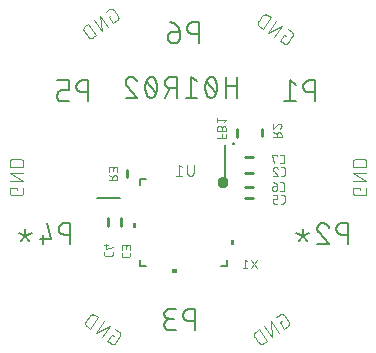
<source format=gbr>
G04 EAGLE Gerber RS-274X export*
G75*
%MOMM*%
%FSLAX34Y34*%
%LPD*%
%INSilkscreen Bottom*%
%IPPOS*%
%AMOC8*
5,1,8,0,0,1.08239X$1,22.5*%
G01*
%ADD10C,0.101600*%
%ADD11C,0.152400*%
%ADD12C,0.177800*%
%ADD13C,0.254000*%
%ADD14C,0.076200*%
%ADD15C,0.406400*%
%ADD16C,0.050800*%

G36*
X-41718Y106594D02*
X-41718Y106594D01*
X-41715Y106593D01*
X-41672Y106613D01*
X-41629Y106631D01*
X-41628Y106633D01*
X-41626Y106634D01*
X-41593Y106719D01*
X-41593Y110529D01*
X-41594Y110531D01*
X-41593Y110533D01*
X-41613Y110576D01*
X-41632Y110620D01*
X-41634Y110620D01*
X-41635Y110622D01*
X-41720Y110655D01*
X-44260Y110655D01*
X-44262Y110654D01*
X-44264Y110655D01*
X-44307Y110635D01*
X-44350Y110617D01*
X-44351Y110615D01*
X-44353Y110614D01*
X-44386Y110529D01*
X-44386Y106719D01*
X-44385Y106717D01*
X-44386Y106715D01*
X-44366Y106672D01*
X-44347Y106628D01*
X-44345Y106628D01*
X-44344Y106626D01*
X-44260Y106593D01*
X-41720Y106593D01*
X-41718Y106594D01*
G37*
G36*
X41087Y91591D02*
X41087Y91591D01*
X41089Y91590D01*
X41132Y91610D01*
X41175Y91628D01*
X41176Y91630D01*
X41178Y91631D01*
X41211Y91716D01*
X41211Y95526D01*
X41210Y95528D01*
X41211Y95530D01*
X41191Y95573D01*
X41172Y95617D01*
X41170Y95617D01*
X41169Y95619D01*
X41085Y95652D01*
X38545Y95652D01*
X38543Y95651D01*
X38540Y95652D01*
X38497Y95632D01*
X38454Y95614D01*
X38453Y95612D01*
X38451Y95611D01*
X38418Y95526D01*
X38418Y91716D01*
X38419Y91714D01*
X38418Y91712D01*
X38438Y91669D01*
X38457Y91625D01*
X38459Y91625D01*
X38460Y91623D01*
X38545Y91590D01*
X41085Y91590D01*
X41087Y91591D01*
G37*
G36*
X-7183Y68328D02*
X-7183Y68328D01*
X-7180Y68327D01*
X-7137Y68347D01*
X-7094Y68365D01*
X-7093Y68367D01*
X-7091Y68368D01*
X-7058Y68453D01*
X-7058Y70993D01*
X-7059Y70995D01*
X-7058Y70997D01*
X-7078Y71040D01*
X-7097Y71084D01*
X-7099Y71084D01*
X-7100Y71086D01*
X-7185Y71119D01*
X-10995Y71119D01*
X-10997Y71118D01*
X-10999Y71119D01*
X-11042Y71099D01*
X-11085Y71081D01*
X-11086Y71079D01*
X-11088Y71078D01*
X-11121Y70993D01*
X-11121Y68453D01*
X-11120Y68451D01*
X-11121Y68449D01*
X-11101Y68406D01*
X-11082Y68362D01*
X-11080Y68362D01*
X-11079Y68360D01*
X-10995Y68327D01*
X-7185Y68327D01*
X-7183Y68328D01*
G37*
D10*
X85496Y268921D02*
X83901Y270038D01*
X80178Y264721D01*
X83368Y262487D01*
X83451Y262432D01*
X83535Y262380D01*
X83622Y262331D01*
X83710Y262285D01*
X83800Y262243D01*
X83892Y262204D01*
X83985Y262169D01*
X84079Y262137D01*
X84174Y262109D01*
X84271Y262085D01*
X84368Y262064D01*
X84466Y262048D01*
X84565Y262034D01*
X84664Y262025D01*
X84763Y262020D01*
X84863Y262018D01*
X84962Y262020D01*
X85061Y262026D01*
X85160Y262036D01*
X85259Y262049D01*
X85357Y262067D01*
X85454Y262088D01*
X85550Y262112D01*
X85646Y262141D01*
X85740Y262173D01*
X85833Y262208D01*
X85924Y262247D01*
X86014Y262290D01*
X86102Y262336D01*
X86188Y262385D01*
X86273Y262438D01*
X86355Y262494D01*
X86435Y262553D01*
X86513Y262615D01*
X86588Y262680D01*
X86661Y262747D01*
X86731Y262818D01*
X86799Y262891D01*
X86863Y262967D01*
X86925Y263045D01*
X86984Y263125D01*
X86984Y263124D02*
X90707Y268441D01*
X90707Y268442D02*
X90762Y268525D01*
X90814Y268609D01*
X90863Y268696D01*
X90909Y268784D01*
X90951Y268874D01*
X90990Y268966D01*
X91025Y269059D01*
X91057Y269153D01*
X91085Y269248D01*
X91109Y269345D01*
X91130Y269442D01*
X91146Y269540D01*
X91160Y269639D01*
X91169Y269738D01*
X91174Y269837D01*
X91176Y269937D01*
X91174Y270036D01*
X91168Y270135D01*
X91158Y270234D01*
X91145Y270333D01*
X91127Y270431D01*
X91106Y270528D01*
X91082Y270624D01*
X91053Y270720D01*
X91021Y270814D01*
X90986Y270907D01*
X90947Y270998D01*
X90904Y271088D01*
X90858Y271176D01*
X90809Y271262D01*
X90756Y271347D01*
X90700Y271429D01*
X90641Y271509D01*
X90579Y271587D01*
X90514Y271662D01*
X90447Y271735D01*
X90376Y271805D01*
X90303Y271873D01*
X90227Y271937D01*
X90149Y271999D01*
X90069Y272058D01*
X90070Y272058D02*
X86879Y274292D01*
X82210Y277561D02*
X75508Y267990D01*
X70191Y271714D02*
X82210Y277561D01*
X76892Y281285D02*
X70191Y271714D01*
X65521Y274983D02*
X72222Y284554D01*
X69564Y286416D01*
X69470Y286479D01*
X69374Y286539D01*
X69276Y286596D01*
X69176Y286649D01*
X69074Y286699D01*
X68970Y286745D01*
X68865Y286787D01*
X68759Y286826D01*
X68651Y286861D01*
X68542Y286892D01*
X68432Y286920D01*
X68321Y286943D01*
X68210Y286963D01*
X68098Y286979D01*
X67985Y286991D01*
X67872Y286999D01*
X67759Y287003D01*
X67645Y287003D01*
X67532Y286999D01*
X67419Y286991D01*
X67306Y286979D01*
X67194Y286963D01*
X67083Y286943D01*
X66972Y286920D01*
X66862Y286892D01*
X66753Y286861D01*
X66645Y286826D01*
X66539Y286787D01*
X66434Y286745D01*
X66330Y286699D01*
X66228Y286649D01*
X66128Y286596D01*
X66030Y286539D01*
X65934Y286479D01*
X65840Y286416D01*
X65749Y286349D01*
X65659Y286280D01*
X65572Y286207D01*
X65488Y286131D01*
X65407Y286052D01*
X65328Y285971D01*
X65252Y285887D01*
X65179Y285800D01*
X65110Y285711D01*
X65043Y285619D01*
X65044Y285619D02*
X62065Y281365D01*
X62065Y281366D02*
X62002Y281272D01*
X61942Y281176D01*
X61885Y281078D01*
X61832Y280978D01*
X61782Y280876D01*
X61736Y280772D01*
X61694Y280667D01*
X61655Y280561D01*
X61620Y280453D01*
X61589Y280344D01*
X61561Y280234D01*
X61538Y280123D01*
X61518Y280012D01*
X61502Y279900D01*
X61490Y279787D01*
X61482Y279674D01*
X61478Y279561D01*
X61478Y279447D01*
X61482Y279334D01*
X61490Y279221D01*
X61502Y279108D01*
X61518Y278996D01*
X61538Y278885D01*
X61561Y278774D01*
X61589Y278664D01*
X61620Y278555D01*
X61655Y278447D01*
X61694Y278341D01*
X61736Y278236D01*
X61782Y278132D01*
X61832Y278030D01*
X61885Y277930D01*
X61942Y277832D01*
X62002Y277736D01*
X62065Y277642D01*
X62132Y277550D01*
X62201Y277461D01*
X62274Y277374D01*
X62350Y277290D01*
X62429Y277209D01*
X62510Y277130D01*
X62594Y277054D01*
X62681Y276981D01*
X62771Y276912D01*
X62862Y276845D01*
X65521Y274983D01*
X148287Y140279D02*
X148287Y138331D01*
X148287Y140279D02*
X141796Y140279D01*
X141796Y136384D01*
X141798Y136285D01*
X141804Y136185D01*
X141813Y136086D01*
X141826Y135988D01*
X141843Y135890D01*
X141864Y135792D01*
X141889Y135696D01*
X141917Y135601D01*
X141949Y135507D01*
X141984Y135414D01*
X142023Y135322D01*
X142066Y135232D01*
X142111Y135144D01*
X142161Y135057D01*
X142213Y134973D01*
X142269Y134890D01*
X142327Y134810D01*
X142389Y134732D01*
X142454Y134657D01*
X142522Y134584D01*
X142592Y134514D01*
X142665Y134446D01*
X142740Y134381D01*
X142818Y134319D01*
X142898Y134261D01*
X142981Y134205D01*
X143065Y134153D01*
X143152Y134103D01*
X143240Y134058D01*
X143330Y134015D01*
X143422Y133976D01*
X143515Y133941D01*
X143609Y133909D01*
X143704Y133881D01*
X143800Y133856D01*
X143898Y133835D01*
X143996Y133818D01*
X144094Y133805D01*
X144193Y133796D01*
X144293Y133790D01*
X144392Y133788D01*
X150883Y133788D01*
X150982Y133790D01*
X151082Y133796D01*
X151181Y133805D01*
X151279Y133818D01*
X151377Y133835D01*
X151475Y133856D01*
X151571Y133881D01*
X151666Y133909D01*
X151760Y133941D01*
X151853Y133976D01*
X151945Y134015D01*
X152035Y134058D01*
X152123Y134103D01*
X152210Y134153D01*
X152294Y134205D01*
X152377Y134261D01*
X152457Y134319D01*
X152535Y134381D01*
X152610Y134446D01*
X152683Y134514D01*
X152753Y134584D01*
X152821Y134657D01*
X152886Y134732D01*
X152948Y134810D01*
X153006Y134890D01*
X153062Y134973D01*
X153114Y135057D01*
X153164Y135144D01*
X153209Y135232D01*
X153252Y135322D01*
X153291Y135414D01*
X153326Y135506D01*
X153358Y135601D01*
X153386Y135696D01*
X153411Y135792D01*
X153432Y135890D01*
X153449Y135988D01*
X153462Y136086D01*
X153471Y136185D01*
X153477Y136285D01*
X153479Y136384D01*
X153480Y136384D02*
X153480Y140279D01*
X153480Y145979D02*
X141796Y145979D01*
X141796Y152471D02*
X153480Y145979D01*
X153480Y152471D02*
X141796Y152471D01*
X141796Y158171D02*
X153480Y158171D01*
X153480Y161417D01*
X153478Y161530D01*
X153472Y161643D01*
X153462Y161756D01*
X153448Y161869D01*
X153431Y161981D01*
X153409Y162092D01*
X153384Y162202D01*
X153354Y162312D01*
X153321Y162420D01*
X153284Y162527D01*
X153244Y162633D01*
X153199Y162737D01*
X153151Y162840D01*
X153100Y162941D01*
X153045Y163040D01*
X152987Y163137D01*
X152925Y163232D01*
X152860Y163325D01*
X152792Y163415D01*
X152721Y163503D01*
X152646Y163589D01*
X152569Y163672D01*
X152489Y163752D01*
X152406Y163829D01*
X152320Y163904D01*
X152232Y163975D01*
X152142Y164043D01*
X152049Y164108D01*
X151954Y164170D01*
X151857Y164228D01*
X151758Y164283D01*
X151657Y164334D01*
X151554Y164382D01*
X151450Y164427D01*
X151344Y164467D01*
X151237Y164504D01*
X151129Y164537D01*
X151019Y164567D01*
X150909Y164592D01*
X150798Y164614D01*
X150686Y164631D01*
X150573Y164645D01*
X150460Y164655D01*
X150347Y164661D01*
X150234Y164663D01*
X145041Y164663D01*
X144928Y164661D01*
X144815Y164655D01*
X144702Y164645D01*
X144589Y164631D01*
X144477Y164614D01*
X144366Y164592D01*
X144256Y164567D01*
X144146Y164537D01*
X144038Y164504D01*
X143931Y164467D01*
X143825Y164427D01*
X143721Y164382D01*
X143618Y164334D01*
X143517Y164283D01*
X143418Y164228D01*
X143321Y164170D01*
X143226Y164108D01*
X143133Y164043D01*
X143043Y163975D01*
X142955Y163904D01*
X142869Y163829D01*
X142786Y163752D01*
X142706Y163672D01*
X142629Y163589D01*
X142554Y163503D01*
X142483Y163415D01*
X142415Y163325D01*
X142350Y163232D01*
X142288Y163137D01*
X142230Y163040D01*
X142175Y162941D01*
X142124Y162840D01*
X142076Y162737D01*
X142031Y162633D01*
X141991Y162527D01*
X141954Y162420D01*
X141921Y162312D01*
X141891Y162202D01*
X141866Y162092D01*
X141844Y161981D01*
X141827Y161869D01*
X141813Y161756D01*
X141803Y161643D01*
X141797Y161530D01*
X141795Y161417D01*
X141796Y161417D02*
X141796Y158171D01*
X81576Y27418D02*
X79981Y26301D01*
X83704Y20983D01*
X86895Y23217D01*
X86894Y23217D02*
X86974Y23276D01*
X87052Y23338D01*
X87128Y23402D01*
X87201Y23470D01*
X87272Y23540D01*
X87339Y23613D01*
X87404Y23688D01*
X87466Y23766D01*
X87525Y23846D01*
X87581Y23928D01*
X87634Y24013D01*
X87683Y24099D01*
X87729Y24187D01*
X87772Y24277D01*
X87811Y24368D01*
X87846Y24461D01*
X87878Y24555D01*
X87907Y24651D01*
X87931Y24747D01*
X87952Y24844D01*
X87970Y24942D01*
X87983Y25041D01*
X87993Y25140D01*
X87999Y25239D01*
X88001Y25338D01*
X87999Y25438D01*
X87994Y25537D01*
X87984Y25636D01*
X87971Y25735D01*
X87955Y25833D01*
X87934Y25930D01*
X87910Y26027D01*
X87882Y26122D01*
X87850Y26216D01*
X87815Y26309D01*
X87776Y26401D01*
X87734Y26491D01*
X87688Y26579D01*
X87639Y26666D01*
X87587Y26750D01*
X87532Y26833D01*
X83809Y32151D01*
X83809Y32150D02*
X83750Y32230D01*
X83688Y32308D01*
X83624Y32384D01*
X83556Y32457D01*
X83486Y32528D01*
X83413Y32595D01*
X83338Y32660D01*
X83260Y32722D01*
X83180Y32781D01*
X83098Y32837D01*
X83013Y32890D01*
X82927Y32939D01*
X82839Y32985D01*
X82749Y33028D01*
X82658Y33067D01*
X82565Y33102D01*
X82471Y33134D01*
X82375Y33163D01*
X82279Y33187D01*
X82182Y33208D01*
X82084Y33226D01*
X81985Y33239D01*
X81886Y33249D01*
X81787Y33255D01*
X81688Y33257D01*
X81588Y33255D01*
X81489Y33250D01*
X81390Y33241D01*
X81291Y33227D01*
X81193Y33211D01*
X81096Y33190D01*
X80999Y33166D01*
X80904Y33138D01*
X80810Y33106D01*
X80717Y33071D01*
X80625Y33032D01*
X80535Y32990D01*
X80447Y32944D01*
X80360Y32895D01*
X80276Y32843D01*
X80193Y32788D01*
X77003Y30554D01*
X72333Y27284D02*
X79034Y17714D01*
X73717Y13990D02*
X72333Y27284D01*
X67016Y23561D02*
X73717Y13990D01*
X69047Y10720D02*
X62346Y20291D01*
X59687Y18430D01*
X59596Y18363D01*
X59506Y18294D01*
X59419Y18221D01*
X59335Y18145D01*
X59254Y18066D01*
X59175Y17985D01*
X59099Y17901D01*
X59026Y17814D01*
X58957Y17725D01*
X58890Y17633D01*
X58827Y17539D01*
X58767Y17443D01*
X58710Y17345D01*
X58657Y17245D01*
X58607Y17143D01*
X58561Y17039D01*
X58519Y16934D01*
X58480Y16828D01*
X58445Y16720D01*
X58414Y16611D01*
X58386Y16501D01*
X58363Y16390D01*
X58343Y16279D01*
X58327Y16167D01*
X58315Y16054D01*
X58307Y15941D01*
X58303Y15828D01*
X58303Y15714D01*
X58307Y15601D01*
X58315Y15488D01*
X58327Y15375D01*
X58343Y15263D01*
X58363Y15152D01*
X58386Y15041D01*
X58414Y14931D01*
X58445Y14822D01*
X58480Y14714D01*
X58519Y14608D01*
X58561Y14503D01*
X58607Y14399D01*
X58657Y14297D01*
X58710Y14197D01*
X58767Y14099D01*
X58827Y14003D01*
X58890Y13909D01*
X58890Y13910D02*
X61869Y9656D01*
X61868Y9655D02*
X61935Y9564D01*
X62004Y9474D01*
X62077Y9387D01*
X62153Y9303D01*
X62232Y9222D01*
X62313Y9143D01*
X62397Y9067D01*
X62484Y8994D01*
X62574Y8925D01*
X62665Y8858D01*
X62759Y8795D01*
X62855Y8735D01*
X62953Y8678D01*
X63053Y8625D01*
X63155Y8575D01*
X63259Y8529D01*
X63364Y8487D01*
X63470Y8448D01*
X63578Y8413D01*
X63687Y8382D01*
X63797Y8354D01*
X63908Y8331D01*
X64019Y8311D01*
X64131Y8295D01*
X64244Y8283D01*
X64357Y8275D01*
X64470Y8271D01*
X64584Y8271D01*
X64697Y8275D01*
X64810Y8283D01*
X64923Y8295D01*
X65035Y8311D01*
X65146Y8331D01*
X65257Y8354D01*
X65367Y8382D01*
X65476Y8413D01*
X65584Y8448D01*
X65690Y8487D01*
X65795Y8529D01*
X65899Y8575D01*
X66001Y8625D01*
X66101Y8678D01*
X66199Y8735D01*
X66295Y8795D01*
X66389Y8858D01*
X66389Y8859D02*
X69047Y10720D01*
X-60554Y14921D02*
X-62149Y16038D01*
X-65872Y10721D01*
X-62682Y8487D01*
X-62599Y8432D01*
X-62515Y8380D01*
X-62428Y8331D01*
X-62340Y8285D01*
X-62250Y8243D01*
X-62158Y8204D01*
X-62065Y8169D01*
X-61971Y8137D01*
X-61876Y8109D01*
X-61779Y8085D01*
X-61682Y8064D01*
X-61584Y8048D01*
X-61485Y8035D01*
X-61386Y8025D01*
X-61287Y8020D01*
X-61187Y8018D01*
X-61088Y8020D01*
X-60989Y8026D01*
X-60890Y8036D01*
X-60791Y8049D01*
X-60693Y8067D01*
X-60596Y8088D01*
X-60500Y8112D01*
X-60404Y8141D01*
X-60310Y8173D01*
X-60217Y8208D01*
X-60126Y8247D01*
X-60036Y8290D01*
X-59948Y8336D01*
X-59862Y8385D01*
X-59777Y8438D01*
X-59695Y8494D01*
X-59615Y8553D01*
X-59537Y8615D01*
X-59462Y8680D01*
X-59389Y8747D01*
X-59319Y8818D01*
X-59251Y8891D01*
X-59187Y8967D01*
X-59125Y9045D01*
X-59066Y9125D01*
X-59066Y9124D02*
X-55343Y14441D01*
X-55343Y14442D02*
X-55288Y14525D01*
X-55236Y14609D01*
X-55187Y14696D01*
X-55141Y14784D01*
X-55099Y14874D01*
X-55060Y14966D01*
X-55025Y15059D01*
X-54993Y15153D01*
X-54965Y15248D01*
X-54941Y15345D01*
X-54920Y15442D01*
X-54904Y15540D01*
X-54891Y15639D01*
X-54881Y15738D01*
X-54876Y15837D01*
X-54874Y15937D01*
X-54876Y16036D01*
X-54882Y16135D01*
X-54892Y16234D01*
X-54905Y16333D01*
X-54923Y16431D01*
X-54944Y16528D01*
X-54968Y16624D01*
X-54997Y16720D01*
X-55029Y16814D01*
X-55064Y16907D01*
X-55103Y16998D01*
X-55146Y17088D01*
X-55192Y17176D01*
X-55241Y17262D01*
X-55294Y17347D01*
X-55350Y17429D01*
X-55409Y17509D01*
X-55471Y17587D01*
X-55536Y17662D01*
X-55603Y17735D01*
X-55674Y17805D01*
X-55747Y17873D01*
X-55823Y17937D01*
X-55901Y17999D01*
X-55981Y18058D01*
X-55980Y18058D02*
X-59171Y20292D01*
X-63841Y23561D02*
X-70542Y13990D01*
X-75860Y17714D02*
X-63841Y23561D01*
X-69158Y27285D02*
X-75860Y17714D01*
X-80529Y20983D02*
X-73828Y30554D01*
X-76486Y32416D01*
X-76580Y32479D01*
X-76676Y32539D01*
X-76774Y32596D01*
X-76874Y32649D01*
X-76976Y32699D01*
X-77080Y32745D01*
X-77185Y32787D01*
X-77291Y32826D01*
X-77399Y32861D01*
X-77508Y32892D01*
X-77618Y32920D01*
X-77729Y32943D01*
X-77840Y32963D01*
X-77952Y32979D01*
X-78065Y32991D01*
X-78178Y32999D01*
X-78291Y33003D01*
X-78405Y33003D01*
X-78518Y32999D01*
X-78631Y32991D01*
X-78744Y32979D01*
X-78856Y32963D01*
X-78967Y32943D01*
X-79078Y32920D01*
X-79188Y32892D01*
X-79297Y32861D01*
X-79405Y32826D01*
X-79511Y32787D01*
X-79616Y32745D01*
X-79720Y32699D01*
X-79822Y32649D01*
X-79922Y32596D01*
X-80020Y32539D01*
X-80116Y32479D01*
X-80210Y32416D01*
X-80301Y32349D01*
X-80391Y32280D01*
X-80478Y32207D01*
X-80562Y32131D01*
X-80643Y32052D01*
X-80722Y31971D01*
X-80798Y31887D01*
X-80871Y31800D01*
X-80940Y31711D01*
X-81007Y31619D01*
X-83985Y27365D01*
X-83986Y27366D02*
X-84049Y27272D01*
X-84109Y27176D01*
X-84166Y27078D01*
X-84219Y26978D01*
X-84269Y26876D01*
X-84315Y26772D01*
X-84357Y26667D01*
X-84396Y26561D01*
X-84431Y26453D01*
X-84462Y26344D01*
X-84490Y26234D01*
X-84513Y26123D01*
X-84533Y26012D01*
X-84549Y25900D01*
X-84561Y25787D01*
X-84569Y25674D01*
X-84573Y25561D01*
X-84573Y25447D01*
X-84569Y25334D01*
X-84561Y25221D01*
X-84549Y25108D01*
X-84533Y24996D01*
X-84513Y24885D01*
X-84490Y24774D01*
X-84462Y24664D01*
X-84431Y24555D01*
X-84396Y24447D01*
X-84357Y24341D01*
X-84315Y24236D01*
X-84269Y24132D01*
X-84219Y24030D01*
X-84166Y23930D01*
X-84109Y23832D01*
X-84049Y23736D01*
X-83986Y23642D01*
X-83919Y23550D01*
X-83850Y23461D01*
X-83777Y23374D01*
X-83701Y23290D01*
X-83622Y23209D01*
X-83541Y23130D01*
X-83457Y23054D01*
X-83370Y22981D01*
X-83280Y22912D01*
X-83189Y22845D01*
X-83188Y22845D02*
X-80529Y20983D01*
X-142226Y138331D02*
X-142226Y140279D01*
X-148717Y140279D01*
X-148717Y136384D01*
X-148715Y136285D01*
X-148709Y136185D01*
X-148700Y136086D01*
X-148687Y135988D01*
X-148670Y135890D01*
X-148649Y135792D01*
X-148624Y135696D01*
X-148596Y135601D01*
X-148564Y135507D01*
X-148529Y135414D01*
X-148490Y135322D01*
X-148447Y135232D01*
X-148402Y135144D01*
X-148352Y135057D01*
X-148300Y134973D01*
X-148244Y134890D01*
X-148186Y134810D01*
X-148124Y134732D01*
X-148059Y134657D01*
X-147991Y134584D01*
X-147921Y134514D01*
X-147848Y134446D01*
X-147773Y134381D01*
X-147695Y134319D01*
X-147615Y134261D01*
X-147532Y134205D01*
X-147448Y134153D01*
X-147361Y134103D01*
X-147273Y134058D01*
X-147183Y134015D01*
X-147091Y133976D01*
X-146998Y133941D01*
X-146904Y133909D01*
X-146809Y133881D01*
X-146713Y133856D01*
X-146615Y133835D01*
X-146517Y133818D01*
X-146419Y133805D01*
X-146320Y133796D01*
X-146220Y133790D01*
X-146121Y133788D01*
X-139629Y133788D01*
X-139629Y133787D02*
X-139530Y133789D01*
X-139430Y133795D01*
X-139331Y133804D01*
X-139233Y133817D01*
X-139135Y133835D01*
X-139037Y133855D01*
X-138941Y133880D01*
X-138845Y133908D01*
X-138751Y133940D01*
X-138658Y133975D01*
X-138567Y134014D01*
X-138477Y134057D01*
X-138388Y134102D01*
X-138302Y134152D01*
X-138217Y134204D01*
X-138135Y134260D01*
X-138055Y134319D01*
X-137977Y134380D01*
X-137901Y134445D01*
X-137828Y134513D01*
X-137758Y134583D01*
X-137690Y134656D01*
X-137625Y134732D01*
X-137564Y134810D01*
X-137505Y134890D01*
X-137449Y134972D01*
X-137397Y135057D01*
X-137348Y135143D01*
X-137302Y135232D01*
X-137259Y135322D01*
X-137220Y135413D01*
X-137185Y135506D01*
X-137153Y135600D01*
X-137125Y135696D01*
X-137100Y135792D01*
X-137080Y135890D01*
X-137062Y135988D01*
X-137049Y136086D01*
X-137040Y136185D01*
X-137034Y136284D01*
X-137032Y136384D01*
X-137033Y136384D02*
X-137033Y140279D01*
X-137033Y145979D02*
X-148717Y145979D01*
X-148717Y152471D02*
X-137033Y145979D01*
X-137033Y152471D02*
X-148717Y152471D01*
X-148717Y158171D02*
X-137033Y158171D01*
X-137033Y161417D01*
X-137035Y161530D01*
X-137041Y161643D01*
X-137051Y161756D01*
X-137065Y161869D01*
X-137082Y161981D01*
X-137104Y162092D01*
X-137129Y162202D01*
X-137159Y162312D01*
X-137192Y162420D01*
X-137229Y162527D01*
X-137269Y162633D01*
X-137314Y162737D01*
X-137362Y162840D01*
X-137413Y162941D01*
X-137468Y163040D01*
X-137526Y163137D01*
X-137588Y163232D01*
X-137653Y163325D01*
X-137721Y163415D01*
X-137792Y163503D01*
X-137867Y163589D01*
X-137944Y163672D01*
X-138024Y163752D01*
X-138107Y163829D01*
X-138193Y163904D01*
X-138281Y163975D01*
X-138371Y164043D01*
X-138464Y164108D01*
X-138559Y164170D01*
X-138656Y164228D01*
X-138755Y164283D01*
X-138856Y164334D01*
X-138959Y164382D01*
X-139063Y164427D01*
X-139169Y164467D01*
X-139276Y164504D01*
X-139384Y164537D01*
X-139494Y164567D01*
X-139604Y164592D01*
X-139715Y164614D01*
X-139827Y164631D01*
X-139940Y164645D01*
X-140053Y164655D01*
X-140166Y164661D01*
X-140279Y164663D01*
X-145471Y164663D01*
X-145584Y164661D01*
X-145697Y164655D01*
X-145810Y164645D01*
X-145923Y164631D01*
X-146035Y164614D01*
X-146146Y164592D01*
X-146256Y164567D01*
X-146366Y164537D01*
X-146474Y164504D01*
X-146581Y164467D01*
X-146687Y164427D01*
X-146791Y164382D01*
X-146894Y164334D01*
X-146995Y164283D01*
X-147094Y164228D01*
X-147191Y164170D01*
X-147286Y164108D01*
X-147379Y164043D01*
X-147469Y163975D01*
X-147557Y163904D01*
X-147643Y163829D01*
X-147726Y163752D01*
X-147806Y163672D01*
X-147883Y163589D01*
X-147958Y163503D01*
X-148029Y163415D01*
X-148097Y163325D01*
X-148162Y163232D01*
X-148224Y163137D01*
X-148282Y163040D01*
X-148337Y162941D01*
X-148388Y162840D01*
X-148436Y162737D01*
X-148481Y162633D01*
X-148521Y162527D01*
X-148558Y162420D01*
X-148591Y162312D01*
X-148621Y162202D01*
X-148646Y162092D01*
X-148668Y161981D01*
X-148685Y161869D01*
X-148699Y161756D01*
X-148709Y161643D01*
X-148715Y161530D01*
X-148717Y161417D01*
X-148717Y158171D01*
X-64481Y285063D02*
X-62886Y286180D01*
X-64481Y285063D02*
X-60758Y279746D01*
X-57568Y281980D01*
X-57488Y282039D01*
X-57410Y282101D01*
X-57334Y282165D01*
X-57261Y282233D01*
X-57190Y282303D01*
X-57123Y282376D01*
X-57058Y282451D01*
X-56996Y282529D01*
X-56937Y282609D01*
X-56881Y282691D01*
X-56828Y282776D01*
X-56779Y282862D01*
X-56733Y282950D01*
X-56690Y283040D01*
X-56651Y283131D01*
X-56616Y283224D01*
X-56584Y283318D01*
X-56555Y283414D01*
X-56531Y283510D01*
X-56510Y283607D01*
X-56492Y283705D01*
X-56479Y283804D01*
X-56469Y283903D01*
X-56463Y284002D01*
X-56461Y284101D01*
X-56463Y284201D01*
X-56468Y284300D01*
X-56478Y284399D01*
X-56491Y284498D01*
X-56507Y284596D01*
X-56528Y284693D01*
X-56552Y284790D01*
X-56580Y284885D01*
X-56612Y284979D01*
X-56647Y285072D01*
X-56686Y285164D01*
X-56728Y285254D01*
X-56774Y285342D01*
X-56823Y285429D01*
X-56875Y285513D01*
X-56930Y285596D01*
X-60654Y290913D01*
X-60653Y290913D02*
X-60712Y290993D01*
X-60774Y291071D01*
X-60838Y291147D01*
X-60906Y291220D01*
X-60976Y291291D01*
X-61049Y291358D01*
X-61124Y291423D01*
X-61202Y291485D01*
X-61282Y291544D01*
X-61364Y291600D01*
X-61449Y291653D01*
X-61535Y291702D01*
X-61623Y291748D01*
X-61713Y291791D01*
X-61804Y291830D01*
X-61897Y291865D01*
X-61991Y291897D01*
X-62087Y291926D01*
X-62183Y291950D01*
X-62280Y291971D01*
X-62378Y291989D01*
X-62477Y292002D01*
X-62576Y292012D01*
X-62675Y292018D01*
X-62774Y292020D01*
X-62874Y292018D01*
X-62973Y292013D01*
X-63072Y292003D01*
X-63171Y291990D01*
X-63269Y291974D01*
X-63366Y291953D01*
X-63463Y291929D01*
X-63558Y291901D01*
X-63652Y291869D01*
X-63745Y291834D01*
X-63837Y291795D01*
X-63927Y291753D01*
X-64015Y291707D01*
X-64102Y291658D01*
X-64186Y291606D01*
X-64269Y291551D01*
X-64270Y291551D02*
X-67460Y289317D01*
X-72130Y286047D02*
X-65428Y276476D01*
X-70745Y272753D02*
X-72130Y286047D01*
X-77447Y282324D02*
X-70745Y272753D01*
X-75415Y269483D02*
X-82117Y279054D01*
X-84776Y277192D01*
X-84776Y277193D02*
X-84867Y277126D01*
X-84957Y277057D01*
X-85044Y276984D01*
X-85128Y276908D01*
X-85209Y276829D01*
X-85288Y276748D01*
X-85364Y276664D01*
X-85437Y276577D01*
X-85506Y276487D01*
X-85573Y276396D01*
X-85636Y276302D01*
X-85696Y276206D01*
X-85753Y276108D01*
X-85806Y276008D01*
X-85856Y275906D01*
X-85902Y275802D01*
X-85944Y275697D01*
X-85983Y275591D01*
X-86018Y275483D01*
X-86049Y275374D01*
X-86077Y275264D01*
X-86100Y275153D01*
X-86120Y275042D01*
X-86136Y274930D01*
X-86148Y274817D01*
X-86156Y274704D01*
X-86160Y274591D01*
X-86160Y274477D01*
X-86156Y274364D01*
X-86148Y274251D01*
X-86136Y274138D01*
X-86120Y274026D01*
X-86100Y273915D01*
X-86077Y273804D01*
X-86049Y273694D01*
X-86018Y273585D01*
X-85983Y273477D01*
X-85944Y273371D01*
X-85902Y273266D01*
X-85856Y273162D01*
X-85806Y273060D01*
X-85753Y272960D01*
X-85696Y272862D01*
X-85636Y272766D01*
X-85573Y272672D01*
X-82594Y268418D01*
X-82595Y268418D02*
X-82528Y268327D01*
X-82459Y268237D01*
X-82386Y268150D01*
X-82310Y268066D01*
X-82231Y267985D01*
X-82150Y267906D01*
X-82066Y267830D01*
X-81979Y267757D01*
X-81889Y267688D01*
X-81798Y267621D01*
X-81704Y267558D01*
X-81608Y267498D01*
X-81510Y267441D01*
X-81410Y267388D01*
X-81308Y267338D01*
X-81204Y267292D01*
X-81099Y267250D01*
X-80993Y267211D01*
X-80885Y267176D01*
X-80776Y267145D01*
X-80666Y267117D01*
X-80555Y267094D01*
X-80444Y267074D01*
X-80332Y267058D01*
X-80219Y267046D01*
X-80106Y267038D01*
X-79993Y267034D01*
X-79879Y267034D01*
X-79766Y267038D01*
X-79653Y267046D01*
X-79540Y267058D01*
X-79428Y267074D01*
X-79317Y267094D01*
X-79206Y267117D01*
X-79096Y267145D01*
X-78987Y267176D01*
X-78879Y267211D01*
X-78773Y267250D01*
X-78668Y267292D01*
X-78564Y267338D01*
X-78462Y267388D01*
X-78362Y267441D01*
X-78264Y267498D01*
X-78168Y267558D01*
X-78074Y267621D01*
X-75415Y269483D01*
D11*
X109774Y231140D02*
X109774Y213360D01*
X109774Y231140D02*
X104835Y231140D01*
X104695Y231138D01*
X104556Y231132D01*
X104416Y231122D01*
X104277Y231108D01*
X104138Y231091D01*
X104000Y231069D01*
X103863Y231043D01*
X103726Y231014D01*
X103590Y230981D01*
X103456Y230944D01*
X103322Y230903D01*
X103190Y230858D01*
X103058Y230809D01*
X102929Y230757D01*
X102801Y230702D01*
X102674Y230642D01*
X102549Y230579D01*
X102426Y230513D01*
X102305Y230443D01*
X102186Y230370D01*
X102069Y230293D01*
X101955Y230213D01*
X101842Y230130D01*
X101732Y230044D01*
X101625Y229954D01*
X101520Y229862D01*
X101418Y229767D01*
X101318Y229669D01*
X101221Y229568D01*
X101127Y229464D01*
X101037Y229358D01*
X100949Y229249D01*
X100864Y229138D01*
X100783Y229024D01*
X100704Y228909D01*
X100629Y228791D01*
X100558Y228671D01*
X100490Y228548D01*
X100425Y228425D01*
X100364Y228299D01*
X100306Y228171D01*
X100252Y228043D01*
X100202Y227912D01*
X100155Y227780D01*
X100112Y227647D01*
X100073Y227513D01*
X100038Y227378D01*
X100007Y227242D01*
X99979Y227104D01*
X99956Y226967D01*
X99936Y226828D01*
X99920Y226689D01*
X99908Y226550D01*
X99900Y226411D01*
X99896Y226271D01*
X99896Y226131D01*
X99900Y225991D01*
X99908Y225852D01*
X99920Y225713D01*
X99936Y225574D01*
X99956Y225435D01*
X99979Y225298D01*
X100007Y225160D01*
X100038Y225024D01*
X100073Y224889D01*
X100112Y224755D01*
X100155Y224622D01*
X100202Y224490D01*
X100252Y224359D01*
X100306Y224231D01*
X100364Y224103D01*
X100425Y223977D01*
X100490Y223854D01*
X100558Y223731D01*
X100629Y223611D01*
X100704Y223493D01*
X100783Y223378D01*
X100864Y223264D01*
X100949Y223153D01*
X101037Y223044D01*
X101127Y222938D01*
X101221Y222834D01*
X101318Y222733D01*
X101418Y222635D01*
X101520Y222540D01*
X101625Y222448D01*
X101732Y222358D01*
X101842Y222272D01*
X101955Y222189D01*
X102069Y222109D01*
X102186Y222032D01*
X102305Y221959D01*
X102426Y221889D01*
X102549Y221823D01*
X102674Y221760D01*
X102801Y221700D01*
X102929Y221645D01*
X103058Y221593D01*
X103190Y221544D01*
X103322Y221499D01*
X103456Y221458D01*
X103590Y221421D01*
X103726Y221388D01*
X103863Y221359D01*
X104000Y221333D01*
X104138Y221311D01*
X104277Y221294D01*
X104416Y221280D01*
X104556Y221270D01*
X104695Y221264D01*
X104835Y221262D01*
X109774Y221262D01*
X93779Y227189D02*
X88840Y231140D01*
X88840Y213360D01*
X93779Y213360D02*
X83901Y213360D01*
X8174Y37465D02*
X8174Y19685D01*
X8174Y37465D02*
X3235Y37465D01*
X3095Y37463D01*
X2956Y37457D01*
X2816Y37447D01*
X2677Y37433D01*
X2538Y37416D01*
X2400Y37394D01*
X2263Y37368D01*
X2126Y37339D01*
X1990Y37306D01*
X1856Y37269D01*
X1722Y37228D01*
X1590Y37183D01*
X1458Y37134D01*
X1329Y37082D01*
X1201Y37027D01*
X1074Y36967D01*
X949Y36904D01*
X826Y36838D01*
X705Y36768D01*
X586Y36695D01*
X469Y36618D01*
X355Y36538D01*
X242Y36455D01*
X132Y36369D01*
X25Y36279D01*
X-80Y36187D01*
X-182Y36092D01*
X-282Y35994D01*
X-379Y35893D01*
X-473Y35789D01*
X-563Y35683D01*
X-651Y35574D01*
X-736Y35463D01*
X-817Y35349D01*
X-896Y35234D01*
X-971Y35116D01*
X-1042Y34995D01*
X-1110Y34873D01*
X-1175Y34750D01*
X-1236Y34624D01*
X-1294Y34496D01*
X-1348Y34368D01*
X-1398Y34237D01*
X-1445Y34105D01*
X-1488Y33972D01*
X-1527Y33838D01*
X-1562Y33703D01*
X-1593Y33567D01*
X-1621Y33429D01*
X-1644Y33292D01*
X-1664Y33153D01*
X-1680Y33014D01*
X-1692Y32875D01*
X-1700Y32736D01*
X-1704Y32596D01*
X-1704Y32456D01*
X-1700Y32316D01*
X-1692Y32177D01*
X-1680Y32038D01*
X-1664Y31899D01*
X-1644Y31760D01*
X-1621Y31623D01*
X-1593Y31485D01*
X-1562Y31349D01*
X-1527Y31214D01*
X-1488Y31080D01*
X-1445Y30947D01*
X-1398Y30815D01*
X-1348Y30684D01*
X-1294Y30556D01*
X-1236Y30428D01*
X-1175Y30302D01*
X-1110Y30179D01*
X-1042Y30056D01*
X-971Y29936D01*
X-896Y29818D01*
X-817Y29703D01*
X-736Y29589D01*
X-651Y29478D01*
X-563Y29369D01*
X-473Y29263D01*
X-379Y29159D01*
X-282Y29058D01*
X-182Y28960D01*
X-80Y28865D01*
X25Y28773D01*
X132Y28683D01*
X242Y28597D01*
X355Y28514D01*
X469Y28434D01*
X586Y28357D01*
X705Y28284D01*
X826Y28214D01*
X949Y28148D01*
X1074Y28085D01*
X1201Y28025D01*
X1329Y27970D01*
X1458Y27918D01*
X1590Y27869D01*
X1722Y27824D01*
X1856Y27783D01*
X1990Y27746D01*
X2126Y27713D01*
X2263Y27684D01*
X2400Y27658D01*
X2538Y27636D01*
X2677Y27619D01*
X2816Y27605D01*
X2956Y27595D01*
X3095Y27589D01*
X3235Y27587D01*
X8174Y27587D01*
X-7821Y19685D02*
X-12760Y19685D01*
X-12900Y19687D01*
X-13039Y19693D01*
X-13179Y19703D01*
X-13318Y19717D01*
X-13457Y19734D01*
X-13595Y19756D01*
X-13732Y19782D01*
X-13869Y19811D01*
X-14005Y19844D01*
X-14139Y19881D01*
X-14273Y19922D01*
X-14405Y19967D01*
X-14537Y20016D01*
X-14666Y20068D01*
X-14794Y20123D01*
X-14921Y20183D01*
X-15046Y20246D01*
X-15169Y20312D01*
X-15290Y20382D01*
X-15409Y20455D01*
X-15526Y20532D01*
X-15640Y20612D01*
X-15753Y20695D01*
X-15863Y20781D01*
X-15970Y20871D01*
X-16075Y20963D01*
X-16177Y21058D01*
X-16277Y21156D01*
X-16374Y21257D01*
X-16468Y21361D01*
X-16558Y21467D01*
X-16646Y21576D01*
X-16731Y21687D01*
X-16812Y21801D01*
X-16891Y21916D01*
X-16966Y22034D01*
X-17037Y22154D01*
X-17105Y22277D01*
X-17170Y22400D01*
X-17231Y22526D01*
X-17289Y22654D01*
X-17343Y22782D01*
X-17393Y22913D01*
X-17440Y23045D01*
X-17483Y23178D01*
X-17522Y23312D01*
X-17557Y23447D01*
X-17588Y23583D01*
X-17616Y23721D01*
X-17639Y23858D01*
X-17659Y23997D01*
X-17675Y24136D01*
X-17687Y24275D01*
X-17695Y24414D01*
X-17699Y24554D01*
X-17699Y24694D01*
X-17695Y24834D01*
X-17687Y24973D01*
X-17675Y25112D01*
X-17659Y25251D01*
X-17639Y25390D01*
X-17616Y25527D01*
X-17588Y25665D01*
X-17557Y25801D01*
X-17522Y25936D01*
X-17483Y26070D01*
X-17440Y26203D01*
X-17393Y26335D01*
X-17343Y26466D01*
X-17289Y26594D01*
X-17231Y26722D01*
X-17170Y26848D01*
X-17105Y26971D01*
X-17037Y27093D01*
X-16966Y27214D01*
X-16891Y27332D01*
X-16812Y27447D01*
X-16731Y27561D01*
X-16646Y27672D01*
X-16558Y27781D01*
X-16468Y27887D01*
X-16374Y27991D01*
X-16277Y28092D01*
X-16177Y28190D01*
X-16075Y28285D01*
X-15970Y28377D01*
X-15863Y28467D01*
X-15753Y28553D01*
X-15640Y28636D01*
X-15526Y28716D01*
X-15409Y28793D01*
X-15290Y28866D01*
X-15169Y28936D01*
X-15046Y29002D01*
X-14921Y29065D01*
X-14794Y29125D01*
X-14666Y29180D01*
X-14537Y29232D01*
X-14405Y29281D01*
X-14273Y29326D01*
X-14139Y29367D01*
X-14005Y29404D01*
X-13869Y29437D01*
X-13732Y29466D01*
X-13595Y29492D01*
X-13457Y29514D01*
X-13318Y29531D01*
X-13179Y29545D01*
X-13039Y29555D01*
X-12900Y29561D01*
X-12760Y29563D01*
X-13748Y37465D02*
X-7821Y37465D01*
X-13748Y37465D02*
X-13872Y37463D01*
X-13996Y37457D01*
X-14120Y37447D01*
X-14243Y37434D01*
X-14366Y37416D01*
X-14488Y37395D01*
X-14610Y37370D01*
X-14731Y37341D01*
X-14850Y37308D01*
X-14969Y37272D01*
X-15086Y37231D01*
X-15202Y37188D01*
X-15317Y37140D01*
X-15430Y37089D01*
X-15542Y37034D01*
X-15651Y36976D01*
X-15759Y36915D01*
X-15865Y36850D01*
X-15969Y36782D01*
X-16070Y36710D01*
X-16170Y36636D01*
X-16266Y36558D01*
X-16361Y36478D01*
X-16453Y36394D01*
X-16542Y36308D01*
X-16628Y36219D01*
X-16712Y36127D01*
X-16792Y36032D01*
X-16870Y35936D01*
X-16944Y35836D01*
X-17016Y35735D01*
X-17084Y35631D01*
X-17149Y35525D01*
X-17210Y35417D01*
X-17268Y35308D01*
X-17323Y35196D01*
X-17374Y35083D01*
X-17422Y34968D01*
X-17465Y34852D01*
X-17506Y34735D01*
X-17542Y34616D01*
X-17575Y34497D01*
X-17604Y34376D01*
X-17629Y34254D01*
X-17650Y34132D01*
X-17668Y34009D01*
X-17681Y33886D01*
X-17691Y33762D01*
X-17697Y33638D01*
X-17699Y33514D01*
X-17697Y33390D01*
X-17691Y33266D01*
X-17681Y33142D01*
X-17668Y33019D01*
X-17650Y32896D01*
X-17629Y32774D01*
X-17604Y32652D01*
X-17575Y32531D01*
X-17542Y32412D01*
X-17506Y32293D01*
X-17465Y32176D01*
X-17422Y32060D01*
X-17374Y31945D01*
X-17323Y31832D01*
X-17268Y31720D01*
X-17210Y31611D01*
X-17149Y31503D01*
X-17084Y31397D01*
X-17016Y31293D01*
X-16944Y31192D01*
X-16870Y31092D01*
X-16792Y30996D01*
X-16712Y30901D01*
X-16628Y30809D01*
X-16542Y30720D01*
X-16453Y30634D01*
X-16361Y30550D01*
X-16266Y30470D01*
X-16170Y30392D01*
X-16070Y30318D01*
X-15969Y30246D01*
X-15865Y30178D01*
X-15759Y30113D01*
X-15651Y30052D01*
X-15542Y29994D01*
X-15430Y29939D01*
X-15317Y29888D01*
X-15202Y29840D01*
X-15086Y29797D01*
X-14969Y29756D01*
X-14850Y29720D01*
X-14731Y29687D01*
X-14610Y29658D01*
X-14488Y29633D01*
X-14366Y29612D01*
X-14243Y29594D01*
X-14120Y29581D01*
X-13996Y29571D01*
X-13872Y29565D01*
X-13748Y29563D01*
X-9797Y29563D01*
X-97225Y92710D02*
X-97225Y110490D01*
X-102164Y110490D01*
X-102304Y110488D01*
X-102443Y110482D01*
X-102583Y110472D01*
X-102722Y110458D01*
X-102861Y110441D01*
X-102999Y110419D01*
X-103136Y110393D01*
X-103273Y110364D01*
X-103409Y110331D01*
X-103543Y110294D01*
X-103677Y110253D01*
X-103809Y110208D01*
X-103941Y110159D01*
X-104070Y110107D01*
X-104198Y110052D01*
X-104325Y109992D01*
X-104450Y109929D01*
X-104573Y109863D01*
X-104694Y109793D01*
X-104813Y109720D01*
X-104930Y109643D01*
X-105044Y109563D01*
X-105157Y109480D01*
X-105267Y109394D01*
X-105374Y109304D01*
X-105479Y109212D01*
X-105581Y109117D01*
X-105681Y109019D01*
X-105778Y108918D01*
X-105872Y108814D01*
X-105962Y108708D01*
X-106050Y108599D01*
X-106135Y108488D01*
X-106216Y108374D01*
X-106295Y108259D01*
X-106370Y108141D01*
X-106441Y108020D01*
X-106509Y107898D01*
X-106574Y107775D01*
X-106635Y107649D01*
X-106693Y107521D01*
X-106747Y107393D01*
X-106797Y107262D01*
X-106844Y107130D01*
X-106887Y106997D01*
X-106926Y106863D01*
X-106961Y106728D01*
X-106992Y106592D01*
X-107020Y106454D01*
X-107043Y106317D01*
X-107063Y106178D01*
X-107079Y106039D01*
X-107091Y105900D01*
X-107099Y105761D01*
X-107103Y105621D01*
X-107103Y105481D01*
X-107099Y105341D01*
X-107091Y105202D01*
X-107079Y105063D01*
X-107063Y104924D01*
X-107043Y104785D01*
X-107020Y104648D01*
X-106992Y104510D01*
X-106961Y104374D01*
X-106926Y104239D01*
X-106887Y104105D01*
X-106844Y103972D01*
X-106797Y103840D01*
X-106747Y103709D01*
X-106693Y103581D01*
X-106635Y103453D01*
X-106574Y103327D01*
X-106509Y103204D01*
X-106441Y103081D01*
X-106370Y102961D01*
X-106295Y102843D01*
X-106216Y102728D01*
X-106135Y102614D01*
X-106050Y102503D01*
X-105962Y102394D01*
X-105872Y102288D01*
X-105778Y102184D01*
X-105681Y102083D01*
X-105581Y101985D01*
X-105479Y101890D01*
X-105374Y101798D01*
X-105267Y101708D01*
X-105157Y101622D01*
X-105044Y101539D01*
X-104930Y101459D01*
X-104813Y101382D01*
X-104694Y101309D01*
X-104573Y101239D01*
X-104450Y101173D01*
X-104325Y101110D01*
X-104198Y101050D01*
X-104070Y100995D01*
X-103941Y100943D01*
X-103809Y100894D01*
X-103677Y100849D01*
X-103543Y100808D01*
X-103409Y100771D01*
X-103273Y100738D01*
X-103136Y100709D01*
X-102999Y100683D01*
X-102861Y100661D01*
X-102722Y100644D01*
X-102583Y100630D01*
X-102443Y100620D01*
X-102304Y100614D01*
X-102164Y100612D01*
X-97225Y100612D01*
X-113220Y96661D02*
X-117171Y110490D01*
X-113220Y96661D02*
X-123098Y96661D01*
X-120134Y100612D02*
X-120134Y92710D01*
X-135467Y99624D02*
X-135467Y105551D01*
X-135467Y99624D02*
X-138925Y95179D01*
X-135467Y99624D02*
X-132010Y95179D01*
X-135467Y99624D02*
X-140900Y101600D01*
X-135467Y99624D02*
X-130035Y101600D01*
X-82314Y213360D02*
X-82314Y231140D01*
X-87253Y231140D01*
X-87393Y231138D01*
X-87532Y231132D01*
X-87672Y231122D01*
X-87811Y231108D01*
X-87950Y231091D01*
X-88088Y231069D01*
X-88225Y231043D01*
X-88362Y231014D01*
X-88498Y230981D01*
X-88632Y230944D01*
X-88766Y230903D01*
X-88898Y230858D01*
X-89030Y230809D01*
X-89159Y230757D01*
X-89287Y230702D01*
X-89414Y230642D01*
X-89539Y230579D01*
X-89662Y230513D01*
X-89783Y230443D01*
X-89902Y230370D01*
X-90019Y230293D01*
X-90133Y230213D01*
X-90246Y230130D01*
X-90356Y230044D01*
X-90463Y229954D01*
X-90568Y229862D01*
X-90670Y229767D01*
X-90770Y229669D01*
X-90867Y229568D01*
X-90961Y229464D01*
X-91051Y229358D01*
X-91139Y229249D01*
X-91224Y229138D01*
X-91305Y229024D01*
X-91384Y228909D01*
X-91459Y228791D01*
X-91530Y228671D01*
X-91598Y228548D01*
X-91663Y228425D01*
X-91724Y228299D01*
X-91782Y228171D01*
X-91836Y228043D01*
X-91886Y227912D01*
X-91933Y227780D01*
X-91976Y227647D01*
X-92015Y227513D01*
X-92050Y227378D01*
X-92081Y227242D01*
X-92109Y227104D01*
X-92132Y226967D01*
X-92152Y226828D01*
X-92168Y226689D01*
X-92180Y226550D01*
X-92188Y226411D01*
X-92192Y226271D01*
X-92192Y226131D01*
X-92188Y225991D01*
X-92180Y225852D01*
X-92168Y225713D01*
X-92152Y225574D01*
X-92132Y225435D01*
X-92109Y225298D01*
X-92081Y225160D01*
X-92050Y225024D01*
X-92015Y224889D01*
X-91976Y224755D01*
X-91933Y224622D01*
X-91886Y224490D01*
X-91836Y224359D01*
X-91782Y224231D01*
X-91724Y224103D01*
X-91663Y223977D01*
X-91598Y223854D01*
X-91530Y223731D01*
X-91459Y223611D01*
X-91384Y223493D01*
X-91305Y223378D01*
X-91224Y223264D01*
X-91139Y223153D01*
X-91051Y223044D01*
X-90961Y222938D01*
X-90867Y222834D01*
X-90770Y222733D01*
X-90670Y222635D01*
X-90568Y222540D01*
X-90463Y222448D01*
X-90356Y222358D01*
X-90246Y222272D01*
X-90133Y222189D01*
X-90019Y222109D01*
X-89902Y222032D01*
X-89783Y221959D01*
X-89662Y221889D01*
X-89539Y221823D01*
X-89414Y221760D01*
X-89287Y221700D01*
X-89159Y221645D01*
X-89030Y221593D01*
X-88898Y221544D01*
X-88766Y221499D01*
X-88632Y221458D01*
X-88498Y221421D01*
X-88362Y221388D01*
X-88225Y221359D01*
X-88088Y221333D01*
X-87950Y221311D01*
X-87811Y221294D01*
X-87672Y221280D01*
X-87532Y221270D01*
X-87393Y221264D01*
X-87253Y221262D01*
X-82314Y221262D01*
X-98309Y213360D02*
X-104235Y213360D01*
X-104359Y213362D01*
X-104483Y213368D01*
X-104607Y213378D01*
X-104730Y213391D01*
X-104853Y213409D01*
X-104975Y213430D01*
X-105097Y213455D01*
X-105218Y213484D01*
X-105337Y213517D01*
X-105456Y213553D01*
X-105573Y213594D01*
X-105689Y213637D01*
X-105804Y213685D01*
X-105917Y213736D01*
X-106029Y213791D01*
X-106138Y213849D01*
X-106246Y213910D01*
X-106352Y213975D01*
X-106456Y214043D01*
X-106557Y214115D01*
X-106657Y214189D01*
X-106753Y214267D01*
X-106848Y214347D01*
X-106940Y214431D01*
X-107029Y214517D01*
X-107115Y214606D01*
X-107199Y214698D01*
X-107279Y214793D01*
X-107357Y214889D01*
X-107431Y214989D01*
X-107503Y215090D01*
X-107571Y215194D01*
X-107636Y215300D01*
X-107697Y215408D01*
X-107755Y215517D01*
X-107810Y215629D01*
X-107861Y215742D01*
X-107909Y215857D01*
X-107952Y215973D01*
X-107993Y216090D01*
X-108029Y216209D01*
X-108062Y216328D01*
X-108091Y216449D01*
X-108116Y216571D01*
X-108137Y216693D01*
X-108155Y216816D01*
X-108168Y216939D01*
X-108178Y217063D01*
X-108184Y217187D01*
X-108186Y217311D01*
X-108186Y219287D01*
X-108184Y219411D01*
X-108178Y219535D01*
X-108168Y219659D01*
X-108155Y219782D01*
X-108137Y219905D01*
X-108116Y220027D01*
X-108091Y220149D01*
X-108062Y220270D01*
X-108029Y220389D01*
X-107993Y220508D01*
X-107952Y220625D01*
X-107909Y220741D01*
X-107861Y220856D01*
X-107810Y220969D01*
X-107755Y221081D01*
X-107697Y221190D01*
X-107636Y221298D01*
X-107571Y221404D01*
X-107503Y221508D01*
X-107431Y221609D01*
X-107357Y221709D01*
X-107279Y221805D01*
X-107199Y221900D01*
X-107115Y221992D01*
X-107029Y222081D01*
X-106940Y222167D01*
X-106848Y222251D01*
X-106753Y222331D01*
X-106657Y222409D01*
X-106557Y222483D01*
X-106456Y222555D01*
X-106352Y222623D01*
X-106246Y222688D01*
X-106138Y222749D01*
X-106029Y222807D01*
X-105917Y222862D01*
X-105804Y222913D01*
X-105689Y222961D01*
X-105573Y223004D01*
X-105456Y223045D01*
X-105337Y223081D01*
X-105218Y223114D01*
X-105097Y223143D01*
X-104975Y223168D01*
X-104853Y223189D01*
X-104730Y223207D01*
X-104607Y223220D01*
X-104483Y223230D01*
X-104359Y223236D01*
X-104235Y223238D01*
X-98309Y223238D01*
X-98309Y231140D01*
X-108186Y231140D01*
X11349Y262573D02*
X11349Y280353D01*
X6410Y280353D01*
X6270Y280351D01*
X6131Y280345D01*
X5991Y280335D01*
X5852Y280321D01*
X5713Y280304D01*
X5575Y280282D01*
X5438Y280256D01*
X5301Y280227D01*
X5165Y280194D01*
X5031Y280157D01*
X4897Y280116D01*
X4765Y280071D01*
X4633Y280022D01*
X4504Y279970D01*
X4376Y279915D01*
X4249Y279855D01*
X4124Y279792D01*
X4001Y279726D01*
X3880Y279656D01*
X3761Y279583D01*
X3644Y279506D01*
X3530Y279426D01*
X3417Y279343D01*
X3307Y279257D01*
X3200Y279167D01*
X3095Y279075D01*
X2993Y278980D01*
X2893Y278882D01*
X2796Y278781D01*
X2702Y278677D01*
X2612Y278571D01*
X2524Y278462D01*
X2439Y278351D01*
X2358Y278237D01*
X2279Y278122D01*
X2204Y278004D01*
X2133Y277884D01*
X2065Y277761D01*
X2000Y277638D01*
X1939Y277512D01*
X1881Y277384D01*
X1827Y277256D01*
X1777Y277125D01*
X1730Y276993D01*
X1687Y276860D01*
X1648Y276726D01*
X1613Y276591D01*
X1582Y276455D01*
X1554Y276317D01*
X1531Y276180D01*
X1511Y276041D01*
X1495Y275902D01*
X1483Y275763D01*
X1475Y275624D01*
X1471Y275484D01*
X1471Y275344D01*
X1475Y275204D01*
X1483Y275065D01*
X1495Y274926D01*
X1511Y274787D01*
X1531Y274648D01*
X1554Y274511D01*
X1582Y274373D01*
X1613Y274237D01*
X1648Y274102D01*
X1687Y273968D01*
X1730Y273835D01*
X1777Y273703D01*
X1827Y273572D01*
X1881Y273444D01*
X1939Y273316D01*
X2000Y273190D01*
X2065Y273067D01*
X2133Y272945D01*
X2204Y272824D01*
X2279Y272706D01*
X2358Y272591D01*
X2439Y272477D01*
X2524Y272366D01*
X2612Y272257D01*
X2702Y272151D01*
X2796Y272047D01*
X2893Y271946D01*
X2993Y271848D01*
X3095Y271753D01*
X3200Y271661D01*
X3307Y271571D01*
X3417Y271485D01*
X3530Y271402D01*
X3644Y271322D01*
X3761Y271245D01*
X3880Y271172D01*
X4001Y271102D01*
X4124Y271036D01*
X4249Y270973D01*
X4376Y270913D01*
X4504Y270858D01*
X4633Y270806D01*
X4765Y270757D01*
X4897Y270712D01*
X5031Y270671D01*
X5165Y270634D01*
X5301Y270601D01*
X5438Y270572D01*
X5575Y270546D01*
X5713Y270524D01*
X5852Y270507D01*
X5991Y270493D01*
X6131Y270483D01*
X6270Y270477D01*
X6410Y270475D01*
X11349Y270475D01*
X-4646Y272450D02*
X-10573Y272450D01*
X-10697Y272448D01*
X-10821Y272442D01*
X-10945Y272432D01*
X-11068Y272419D01*
X-11191Y272401D01*
X-11313Y272380D01*
X-11435Y272355D01*
X-11556Y272326D01*
X-11675Y272293D01*
X-11794Y272257D01*
X-11911Y272216D01*
X-12027Y272173D01*
X-12142Y272125D01*
X-12255Y272074D01*
X-12367Y272019D01*
X-12476Y271961D01*
X-12584Y271900D01*
X-12690Y271835D01*
X-12794Y271767D01*
X-12895Y271695D01*
X-12995Y271621D01*
X-13091Y271543D01*
X-13186Y271463D01*
X-13278Y271379D01*
X-13367Y271293D01*
X-13453Y271204D01*
X-13537Y271112D01*
X-13617Y271017D01*
X-13695Y270921D01*
X-13769Y270821D01*
X-13841Y270720D01*
X-13909Y270616D01*
X-13974Y270510D01*
X-14035Y270402D01*
X-14093Y270293D01*
X-14148Y270181D01*
X-14199Y270068D01*
X-14247Y269953D01*
X-14290Y269837D01*
X-14331Y269720D01*
X-14367Y269601D01*
X-14400Y269482D01*
X-14429Y269361D01*
X-14454Y269239D01*
X-14475Y269117D01*
X-14493Y268994D01*
X-14506Y268871D01*
X-14516Y268747D01*
X-14522Y268623D01*
X-14524Y268499D01*
X-14524Y267511D01*
X-14522Y267371D01*
X-14516Y267232D01*
X-14506Y267092D01*
X-14492Y266953D01*
X-14475Y266814D01*
X-14453Y266676D01*
X-14427Y266539D01*
X-14398Y266402D01*
X-14365Y266266D01*
X-14328Y266132D01*
X-14287Y265998D01*
X-14242Y265866D01*
X-14193Y265734D01*
X-14141Y265605D01*
X-14086Y265477D01*
X-14026Y265350D01*
X-13963Y265225D01*
X-13897Y265102D01*
X-13827Y264981D01*
X-13754Y264862D01*
X-13677Y264745D01*
X-13597Y264631D01*
X-13514Y264518D01*
X-13428Y264408D01*
X-13338Y264301D01*
X-13246Y264196D01*
X-13151Y264094D01*
X-13053Y263994D01*
X-12952Y263897D01*
X-12848Y263803D01*
X-12742Y263713D01*
X-12633Y263625D01*
X-12522Y263540D01*
X-12408Y263459D01*
X-12293Y263380D01*
X-12175Y263305D01*
X-12054Y263234D01*
X-11932Y263166D01*
X-11809Y263101D01*
X-11683Y263040D01*
X-11555Y262982D01*
X-11427Y262928D01*
X-11296Y262878D01*
X-11164Y262831D01*
X-11031Y262788D01*
X-10897Y262749D01*
X-10762Y262714D01*
X-10626Y262683D01*
X-10488Y262655D01*
X-10351Y262632D01*
X-10212Y262612D01*
X-10073Y262596D01*
X-9934Y262584D01*
X-9795Y262576D01*
X-9655Y262572D01*
X-9515Y262572D01*
X-9375Y262576D01*
X-9236Y262584D01*
X-9097Y262596D01*
X-8958Y262612D01*
X-8819Y262632D01*
X-8682Y262655D01*
X-8544Y262683D01*
X-8408Y262714D01*
X-8273Y262749D01*
X-8139Y262788D01*
X-8006Y262831D01*
X-7874Y262878D01*
X-7743Y262928D01*
X-7615Y262982D01*
X-7487Y263040D01*
X-7361Y263101D01*
X-7238Y263166D01*
X-7115Y263234D01*
X-6995Y263305D01*
X-6877Y263380D01*
X-6762Y263459D01*
X-6648Y263540D01*
X-6537Y263625D01*
X-6428Y263713D01*
X-6322Y263803D01*
X-6218Y263897D01*
X-6117Y263994D01*
X-6019Y264094D01*
X-5924Y264196D01*
X-5832Y264301D01*
X-5742Y264408D01*
X-5656Y264518D01*
X-5573Y264631D01*
X-5493Y264745D01*
X-5416Y264862D01*
X-5343Y264981D01*
X-5273Y265102D01*
X-5207Y265225D01*
X-5144Y265350D01*
X-5084Y265477D01*
X-5029Y265605D01*
X-4977Y265734D01*
X-4928Y265866D01*
X-4883Y265998D01*
X-4842Y266132D01*
X-4805Y266266D01*
X-4772Y266402D01*
X-4743Y266539D01*
X-4717Y266676D01*
X-4695Y266814D01*
X-4678Y266953D01*
X-4664Y267092D01*
X-4654Y267232D01*
X-4648Y267371D01*
X-4646Y267511D01*
X-4646Y272450D01*
X-4648Y272644D01*
X-4656Y272838D01*
X-4667Y273031D01*
X-4684Y273225D01*
X-4705Y273417D01*
X-4732Y273609D01*
X-4762Y273801D01*
X-4798Y273992D01*
X-4838Y274181D01*
X-4883Y274370D01*
X-4932Y274558D01*
X-4986Y274744D01*
X-5045Y274929D01*
X-5108Y275112D01*
X-5175Y275294D01*
X-5248Y275474D01*
X-5324Y275652D01*
X-5405Y275829D01*
X-5490Y276003D01*
X-5579Y276175D01*
X-5673Y276345D01*
X-5770Y276512D01*
X-5872Y276678D01*
X-5978Y276840D01*
X-6087Y277000D01*
X-6201Y277157D01*
X-6318Y277312D01*
X-6440Y277463D01*
X-6565Y277611D01*
X-6693Y277757D01*
X-6825Y277899D01*
X-6960Y278038D01*
X-7099Y278173D01*
X-7241Y278305D01*
X-7387Y278433D01*
X-7535Y278558D01*
X-7686Y278680D01*
X-7841Y278797D01*
X-7998Y278911D01*
X-8158Y279020D01*
X-8320Y279126D01*
X-8486Y279228D01*
X-8653Y279325D01*
X-8823Y279419D01*
X-8995Y279508D01*
X-9169Y279593D01*
X-9346Y279674D01*
X-9524Y279750D01*
X-9704Y279823D01*
X-9886Y279890D01*
X-10069Y279953D01*
X-10254Y280012D01*
X-10440Y280066D01*
X-10628Y280115D01*
X-10817Y280160D01*
X-11006Y280200D01*
X-11197Y280236D01*
X-11389Y280266D01*
X-11581Y280293D01*
X-11773Y280314D01*
X-11967Y280331D01*
X-12160Y280342D01*
X-12354Y280350D01*
X-12548Y280352D01*
X44198Y234315D02*
X44198Y216535D01*
X44198Y226413D02*
X34321Y226413D01*
X34321Y234315D02*
X34321Y216535D01*
X26890Y225425D02*
X26886Y225775D01*
X26873Y226124D01*
X26852Y226473D01*
X26823Y226822D01*
X26786Y227170D01*
X26740Y227517D01*
X26686Y227862D01*
X26624Y228206D01*
X26553Y228549D01*
X26474Y228890D01*
X26388Y229229D01*
X26293Y229565D01*
X26190Y229900D01*
X26079Y230231D01*
X25961Y230561D01*
X25834Y230887D01*
X25700Y231210D01*
X25558Y231529D01*
X25408Y231846D01*
X25408Y231845D02*
X25368Y231958D01*
X25324Y232068D01*
X25276Y232178D01*
X25225Y232285D01*
X25170Y232391D01*
X25112Y232496D01*
X25050Y232598D01*
X24985Y232698D01*
X24917Y232796D01*
X24846Y232892D01*
X24771Y232985D01*
X24694Y233076D01*
X24614Y233164D01*
X24531Y233249D01*
X24445Y233332D01*
X24356Y233412D01*
X24265Y233489D01*
X24171Y233563D01*
X24075Y233634D01*
X23977Y233702D01*
X23877Y233766D01*
X23774Y233828D01*
X23670Y233885D01*
X23564Y233940D01*
X23456Y233991D01*
X23346Y234038D01*
X23235Y234082D01*
X23123Y234122D01*
X23009Y234158D01*
X22895Y234191D01*
X22779Y234220D01*
X22662Y234245D01*
X22545Y234266D01*
X22427Y234284D01*
X22308Y234297D01*
X22189Y234307D01*
X22070Y234313D01*
X21951Y234315D01*
X21832Y234313D01*
X21713Y234307D01*
X21594Y234297D01*
X21475Y234284D01*
X21357Y234266D01*
X21240Y234245D01*
X21123Y234220D01*
X21007Y234191D01*
X20893Y234158D01*
X20779Y234122D01*
X20667Y234082D01*
X20556Y234038D01*
X20446Y233991D01*
X20338Y233940D01*
X20232Y233885D01*
X20128Y233828D01*
X20025Y233766D01*
X19925Y233702D01*
X19827Y233634D01*
X19731Y233563D01*
X19637Y233489D01*
X19546Y233412D01*
X19457Y233332D01*
X19372Y233249D01*
X19288Y233164D01*
X19208Y233076D01*
X19131Y232985D01*
X19056Y232892D01*
X18985Y232796D01*
X18917Y232698D01*
X18852Y232598D01*
X18790Y232496D01*
X18732Y232391D01*
X18677Y232286D01*
X18626Y232178D01*
X18578Y232068D01*
X18534Y231958D01*
X18494Y231845D01*
X18494Y231846D02*
X18344Y231529D01*
X18202Y231210D01*
X18068Y230887D01*
X17941Y230561D01*
X17823Y230231D01*
X17712Y229900D01*
X17609Y229565D01*
X17514Y229229D01*
X17428Y228890D01*
X17349Y228549D01*
X17278Y228206D01*
X17216Y227862D01*
X17162Y227517D01*
X17116Y227170D01*
X17079Y226822D01*
X17050Y226473D01*
X17029Y226124D01*
X17016Y225775D01*
X17012Y225425D01*
X26889Y225425D02*
X26885Y225075D01*
X26872Y224726D01*
X26851Y224377D01*
X26822Y224028D01*
X26785Y223680D01*
X26739Y223333D01*
X26685Y222988D01*
X26623Y222644D01*
X26552Y222301D01*
X26473Y221960D01*
X26387Y221621D01*
X26292Y221285D01*
X26189Y220950D01*
X26078Y220619D01*
X25960Y220290D01*
X25833Y219963D01*
X25699Y219640D01*
X25557Y219321D01*
X25407Y219005D01*
X25408Y219005D02*
X25368Y218892D01*
X25324Y218782D01*
X25276Y218672D01*
X25225Y218565D01*
X25170Y218459D01*
X25112Y218354D01*
X25050Y218252D01*
X24985Y218152D01*
X24917Y218054D01*
X24846Y217958D01*
X24771Y217865D01*
X24694Y217774D01*
X24614Y217686D01*
X24531Y217601D01*
X24445Y217518D01*
X24356Y217438D01*
X24265Y217361D01*
X24171Y217287D01*
X24075Y217216D01*
X23977Y217148D01*
X23877Y217084D01*
X23774Y217022D01*
X23670Y216965D01*
X23564Y216910D01*
X23456Y216859D01*
X23346Y216812D01*
X23235Y216768D01*
X23123Y216728D01*
X23009Y216692D01*
X22895Y216659D01*
X22779Y216630D01*
X22662Y216605D01*
X22545Y216584D01*
X22427Y216566D01*
X22308Y216553D01*
X22189Y216543D01*
X22070Y216537D01*
X21951Y216535D01*
X18494Y219005D02*
X18344Y219321D01*
X18202Y219640D01*
X18068Y219963D01*
X17941Y220290D01*
X17823Y220619D01*
X17712Y220950D01*
X17609Y221285D01*
X17514Y221621D01*
X17428Y221960D01*
X17349Y222301D01*
X17278Y222644D01*
X17216Y222988D01*
X17162Y223333D01*
X17116Y223680D01*
X17079Y224028D01*
X17050Y224377D01*
X17029Y224726D01*
X17016Y225075D01*
X17012Y225425D01*
X18494Y219005D02*
X18534Y218892D01*
X18578Y218782D01*
X18626Y218672D01*
X18677Y218564D01*
X18732Y218458D01*
X18790Y218354D01*
X18852Y218252D01*
X18917Y218152D01*
X18985Y218054D01*
X19056Y217958D01*
X19131Y217865D01*
X19208Y217774D01*
X19288Y217686D01*
X19372Y217601D01*
X19457Y217518D01*
X19546Y217438D01*
X19637Y217361D01*
X19731Y217287D01*
X19827Y217216D01*
X19925Y217148D01*
X20025Y217084D01*
X20128Y217022D01*
X20232Y216964D01*
X20338Y216910D01*
X20446Y216859D01*
X20556Y216812D01*
X20667Y216768D01*
X20779Y216728D01*
X20893Y216692D01*
X21007Y216659D01*
X21123Y216630D01*
X21240Y216605D01*
X21357Y216584D01*
X21475Y216566D01*
X21594Y216553D01*
X21713Y216543D01*
X21832Y216537D01*
X21951Y216535D01*
X25902Y220486D02*
X18000Y230364D01*
X10139Y230364D02*
X5200Y234315D01*
X5200Y216535D01*
X10139Y216535D02*
X261Y216535D01*
X-7255Y216535D02*
X-7255Y234315D01*
X-12194Y234315D01*
X-12334Y234313D01*
X-12473Y234307D01*
X-12613Y234297D01*
X-12752Y234283D01*
X-12891Y234266D01*
X-13029Y234244D01*
X-13166Y234218D01*
X-13303Y234189D01*
X-13439Y234156D01*
X-13573Y234119D01*
X-13707Y234078D01*
X-13839Y234033D01*
X-13971Y233984D01*
X-14100Y233932D01*
X-14228Y233877D01*
X-14355Y233817D01*
X-14480Y233754D01*
X-14603Y233688D01*
X-14724Y233618D01*
X-14843Y233545D01*
X-14960Y233468D01*
X-15074Y233388D01*
X-15187Y233305D01*
X-15297Y233219D01*
X-15404Y233129D01*
X-15509Y233037D01*
X-15611Y232942D01*
X-15711Y232844D01*
X-15808Y232743D01*
X-15902Y232639D01*
X-15992Y232533D01*
X-16080Y232424D01*
X-16165Y232313D01*
X-16246Y232199D01*
X-16325Y232084D01*
X-16400Y231966D01*
X-16471Y231846D01*
X-16539Y231723D01*
X-16604Y231600D01*
X-16665Y231474D01*
X-16723Y231346D01*
X-16777Y231218D01*
X-16827Y231087D01*
X-16874Y230955D01*
X-16917Y230822D01*
X-16956Y230688D01*
X-16991Y230553D01*
X-17022Y230417D01*
X-17050Y230279D01*
X-17073Y230142D01*
X-17093Y230003D01*
X-17109Y229864D01*
X-17121Y229725D01*
X-17129Y229586D01*
X-17133Y229446D01*
X-17133Y229306D01*
X-17129Y229166D01*
X-17121Y229027D01*
X-17109Y228888D01*
X-17093Y228749D01*
X-17073Y228610D01*
X-17050Y228473D01*
X-17022Y228335D01*
X-16991Y228199D01*
X-16956Y228064D01*
X-16917Y227930D01*
X-16874Y227797D01*
X-16827Y227665D01*
X-16777Y227534D01*
X-16723Y227406D01*
X-16665Y227278D01*
X-16604Y227152D01*
X-16539Y227029D01*
X-16471Y226906D01*
X-16400Y226786D01*
X-16325Y226668D01*
X-16246Y226553D01*
X-16165Y226439D01*
X-16080Y226328D01*
X-15992Y226219D01*
X-15902Y226113D01*
X-15808Y226009D01*
X-15711Y225908D01*
X-15611Y225810D01*
X-15509Y225715D01*
X-15404Y225623D01*
X-15297Y225533D01*
X-15187Y225447D01*
X-15074Y225364D01*
X-14960Y225284D01*
X-14843Y225207D01*
X-14724Y225134D01*
X-14603Y225064D01*
X-14480Y224998D01*
X-14355Y224935D01*
X-14228Y224875D01*
X-14100Y224820D01*
X-13971Y224768D01*
X-13839Y224719D01*
X-13707Y224674D01*
X-13573Y224633D01*
X-13439Y224596D01*
X-13303Y224563D01*
X-13166Y224534D01*
X-13029Y224508D01*
X-12891Y224486D01*
X-12752Y224469D01*
X-12613Y224455D01*
X-12473Y224445D01*
X-12334Y224439D01*
X-12194Y224437D01*
X-7255Y224437D01*
X-13182Y224437D02*
X-17133Y216535D01*
X-23920Y225425D02*
X-23924Y225775D01*
X-23937Y226124D01*
X-23958Y226473D01*
X-23987Y226822D01*
X-24024Y227170D01*
X-24070Y227517D01*
X-24124Y227862D01*
X-24186Y228206D01*
X-24257Y228549D01*
X-24336Y228890D01*
X-24422Y229229D01*
X-24517Y229565D01*
X-24620Y229900D01*
X-24731Y230231D01*
X-24849Y230561D01*
X-24976Y230887D01*
X-25110Y231210D01*
X-25252Y231529D01*
X-25402Y231846D01*
X-25402Y231845D02*
X-25442Y231958D01*
X-25486Y232068D01*
X-25534Y232178D01*
X-25585Y232286D01*
X-25640Y232391D01*
X-25698Y232496D01*
X-25760Y232598D01*
X-25825Y232698D01*
X-25893Y232796D01*
X-25964Y232892D01*
X-26039Y232985D01*
X-26116Y233076D01*
X-26196Y233164D01*
X-26280Y233249D01*
X-26365Y233332D01*
X-26454Y233412D01*
X-26545Y233489D01*
X-26639Y233563D01*
X-26735Y233634D01*
X-26833Y233702D01*
X-26933Y233766D01*
X-27036Y233828D01*
X-27140Y233885D01*
X-27246Y233940D01*
X-27354Y233991D01*
X-27464Y234038D01*
X-27575Y234082D01*
X-27687Y234122D01*
X-27801Y234158D01*
X-27915Y234191D01*
X-28031Y234220D01*
X-28148Y234245D01*
X-28265Y234266D01*
X-28383Y234284D01*
X-28502Y234297D01*
X-28621Y234307D01*
X-28740Y234313D01*
X-28859Y234315D01*
X-28978Y234313D01*
X-29097Y234307D01*
X-29216Y234297D01*
X-29335Y234284D01*
X-29453Y234266D01*
X-29570Y234245D01*
X-29687Y234220D01*
X-29803Y234191D01*
X-29917Y234158D01*
X-30031Y234122D01*
X-30143Y234082D01*
X-30254Y234038D01*
X-30364Y233991D01*
X-30472Y233940D01*
X-30578Y233885D01*
X-30682Y233828D01*
X-30785Y233766D01*
X-30885Y233702D01*
X-30983Y233634D01*
X-31079Y233563D01*
X-31173Y233489D01*
X-31264Y233412D01*
X-31353Y233332D01*
X-31439Y233249D01*
X-31522Y233164D01*
X-31602Y233076D01*
X-31679Y232985D01*
X-31754Y232892D01*
X-31825Y232796D01*
X-31893Y232698D01*
X-31958Y232598D01*
X-32020Y232496D01*
X-32078Y232391D01*
X-32133Y232285D01*
X-32184Y232178D01*
X-32232Y232068D01*
X-32276Y231958D01*
X-32316Y231845D01*
X-32316Y231846D02*
X-32466Y231529D01*
X-32608Y231210D01*
X-32742Y230887D01*
X-32869Y230561D01*
X-32987Y230231D01*
X-33098Y229900D01*
X-33201Y229565D01*
X-33296Y229229D01*
X-33382Y228890D01*
X-33461Y228549D01*
X-33532Y228206D01*
X-33594Y227862D01*
X-33648Y227517D01*
X-33694Y227170D01*
X-33731Y226822D01*
X-33760Y226473D01*
X-33781Y226124D01*
X-33794Y225775D01*
X-33798Y225425D01*
X-23920Y225425D02*
X-23924Y225075D01*
X-23937Y224726D01*
X-23958Y224377D01*
X-23987Y224028D01*
X-24024Y223680D01*
X-24070Y223333D01*
X-24124Y222988D01*
X-24186Y222644D01*
X-24257Y222301D01*
X-24336Y221960D01*
X-24422Y221621D01*
X-24517Y221285D01*
X-24620Y220950D01*
X-24731Y220619D01*
X-24849Y220290D01*
X-24976Y219963D01*
X-25110Y219640D01*
X-25252Y219321D01*
X-25402Y219005D01*
X-25442Y218892D01*
X-25486Y218782D01*
X-25534Y218672D01*
X-25585Y218564D01*
X-25640Y218458D01*
X-25698Y218354D01*
X-25760Y218252D01*
X-25825Y218152D01*
X-25893Y218054D01*
X-25964Y217958D01*
X-26039Y217865D01*
X-26116Y217774D01*
X-26196Y217686D01*
X-26280Y217601D01*
X-26365Y217518D01*
X-26454Y217438D01*
X-26545Y217361D01*
X-26639Y217287D01*
X-26735Y217216D01*
X-26833Y217148D01*
X-26933Y217084D01*
X-27036Y217022D01*
X-27140Y216964D01*
X-27246Y216910D01*
X-27354Y216859D01*
X-27464Y216812D01*
X-27575Y216768D01*
X-27687Y216728D01*
X-27801Y216692D01*
X-27915Y216659D01*
X-28031Y216630D01*
X-28148Y216605D01*
X-28265Y216584D01*
X-28383Y216566D01*
X-28502Y216553D01*
X-28621Y216543D01*
X-28740Y216537D01*
X-28859Y216535D01*
X-32316Y219005D02*
X-32466Y219321D01*
X-32608Y219640D01*
X-32742Y219963D01*
X-32869Y220290D01*
X-32987Y220619D01*
X-33098Y220950D01*
X-33201Y221285D01*
X-33296Y221621D01*
X-33382Y221960D01*
X-33461Y222301D01*
X-33532Y222644D01*
X-33594Y222988D01*
X-33648Y223333D01*
X-33694Y223680D01*
X-33731Y224028D01*
X-33760Y224377D01*
X-33781Y224726D01*
X-33794Y225075D01*
X-33798Y225425D01*
X-32316Y219005D02*
X-32276Y218892D01*
X-32232Y218782D01*
X-32184Y218672D01*
X-32133Y218565D01*
X-32078Y218459D01*
X-32020Y218354D01*
X-31958Y218252D01*
X-31893Y218152D01*
X-31825Y218054D01*
X-31754Y217958D01*
X-31679Y217865D01*
X-31602Y217774D01*
X-31522Y217686D01*
X-31439Y217601D01*
X-31353Y217518D01*
X-31264Y217438D01*
X-31173Y217361D01*
X-31079Y217287D01*
X-30983Y217216D01*
X-30885Y217148D01*
X-30785Y217084D01*
X-30682Y217022D01*
X-30578Y216965D01*
X-30472Y216910D01*
X-30364Y216859D01*
X-30254Y216812D01*
X-30143Y216768D01*
X-30031Y216728D01*
X-29917Y216692D01*
X-29803Y216659D01*
X-29687Y216630D01*
X-29570Y216605D01*
X-29453Y216584D01*
X-29335Y216566D01*
X-29216Y216553D01*
X-29097Y216543D01*
X-28978Y216537D01*
X-28859Y216535D01*
X-24908Y220486D02*
X-32810Y230364D01*
X-46103Y234315D02*
X-46235Y234313D01*
X-46366Y234307D01*
X-46498Y234297D01*
X-46629Y234284D01*
X-46759Y234266D01*
X-46889Y234245D01*
X-47019Y234220D01*
X-47147Y234191D01*
X-47275Y234158D01*
X-47401Y234121D01*
X-47527Y234081D01*
X-47651Y234037D01*
X-47774Y233989D01*
X-47895Y233938D01*
X-48015Y233883D01*
X-48133Y233825D01*
X-48249Y233763D01*
X-48363Y233697D01*
X-48476Y233629D01*
X-48586Y233557D01*
X-48694Y233482D01*
X-48800Y233403D01*
X-48904Y233322D01*
X-49005Y233237D01*
X-49103Y233150D01*
X-49199Y233059D01*
X-49292Y232966D01*
X-49383Y232870D01*
X-49470Y232772D01*
X-49555Y232671D01*
X-49636Y232567D01*
X-49715Y232461D01*
X-49790Y232353D01*
X-49862Y232243D01*
X-49930Y232130D01*
X-49996Y232016D01*
X-50058Y231900D01*
X-50116Y231782D01*
X-50171Y231662D01*
X-50222Y231541D01*
X-50270Y231418D01*
X-50314Y231294D01*
X-50354Y231168D01*
X-50391Y231042D01*
X-50424Y230914D01*
X-50453Y230786D01*
X-50478Y230656D01*
X-50499Y230526D01*
X-50517Y230396D01*
X-50530Y230265D01*
X-50540Y230133D01*
X-50546Y230002D01*
X-50548Y229870D01*
X-46103Y234315D02*
X-45953Y234313D01*
X-45804Y234307D01*
X-45655Y234297D01*
X-45506Y234284D01*
X-45357Y234266D01*
X-45209Y234245D01*
X-45061Y234219D01*
X-44915Y234190D01*
X-44769Y234157D01*
X-44624Y234120D01*
X-44480Y234079D01*
X-44337Y234035D01*
X-44195Y233987D01*
X-44055Y233935D01*
X-43916Y233880D01*
X-43778Y233821D01*
X-43643Y233758D01*
X-43508Y233692D01*
X-43376Y233622D01*
X-43246Y233549D01*
X-43117Y233472D01*
X-42990Y233392D01*
X-42866Y233309D01*
X-42744Y233223D01*
X-42624Y233133D01*
X-42507Y233040D01*
X-42392Y232945D01*
X-42279Y232846D01*
X-42169Y232744D01*
X-42062Y232640D01*
X-41958Y232533D01*
X-41856Y232423D01*
X-41758Y232310D01*
X-41662Y232195D01*
X-41570Y232077D01*
X-41480Y231957D01*
X-41394Y231835D01*
X-41311Y231711D01*
X-41231Y231584D01*
X-41155Y231456D01*
X-41082Y231325D01*
X-41012Y231192D01*
X-40946Y231058D01*
X-40884Y230922D01*
X-40825Y230785D01*
X-40769Y230646D01*
X-40718Y230505D01*
X-40670Y230364D01*
X-49066Y226413D02*
X-49162Y226506D01*
X-49254Y226602D01*
X-49344Y226701D01*
X-49431Y226802D01*
X-49516Y226905D01*
X-49597Y227010D01*
X-49675Y227118D01*
X-49750Y227228D01*
X-49823Y227340D01*
X-49892Y227454D01*
X-49958Y227570D01*
X-50020Y227688D01*
X-50079Y227807D01*
X-50135Y227928D01*
X-50188Y228051D01*
X-50237Y228175D01*
X-50282Y228300D01*
X-50325Y228427D01*
X-50363Y228554D01*
X-50398Y228683D01*
X-50429Y228812D01*
X-50457Y228943D01*
X-50481Y229074D01*
X-50502Y229206D01*
X-50518Y229338D01*
X-50531Y229471D01*
X-50541Y229604D01*
X-50546Y229737D01*
X-50548Y229870D01*
X-49067Y226413D02*
X-40671Y216535D01*
X-50548Y216535D01*
X137725Y110490D02*
X137725Y92710D01*
X137725Y110490D02*
X132786Y110490D01*
X132646Y110488D01*
X132507Y110482D01*
X132367Y110472D01*
X132228Y110458D01*
X132089Y110441D01*
X131951Y110419D01*
X131814Y110393D01*
X131677Y110364D01*
X131541Y110331D01*
X131407Y110294D01*
X131273Y110253D01*
X131141Y110208D01*
X131009Y110159D01*
X130880Y110107D01*
X130752Y110052D01*
X130625Y109992D01*
X130500Y109929D01*
X130377Y109863D01*
X130256Y109793D01*
X130137Y109720D01*
X130020Y109643D01*
X129906Y109563D01*
X129793Y109480D01*
X129683Y109394D01*
X129576Y109304D01*
X129471Y109212D01*
X129369Y109117D01*
X129269Y109019D01*
X129172Y108918D01*
X129078Y108814D01*
X128988Y108708D01*
X128900Y108599D01*
X128815Y108488D01*
X128734Y108374D01*
X128655Y108259D01*
X128580Y108141D01*
X128509Y108020D01*
X128441Y107898D01*
X128376Y107775D01*
X128315Y107649D01*
X128257Y107521D01*
X128203Y107393D01*
X128153Y107262D01*
X128106Y107130D01*
X128063Y106997D01*
X128024Y106863D01*
X127989Y106728D01*
X127958Y106592D01*
X127930Y106454D01*
X127907Y106317D01*
X127887Y106178D01*
X127871Y106039D01*
X127859Y105900D01*
X127851Y105761D01*
X127847Y105621D01*
X127847Y105481D01*
X127851Y105341D01*
X127859Y105202D01*
X127871Y105063D01*
X127887Y104924D01*
X127907Y104785D01*
X127930Y104648D01*
X127958Y104510D01*
X127989Y104374D01*
X128024Y104239D01*
X128063Y104105D01*
X128106Y103972D01*
X128153Y103840D01*
X128203Y103709D01*
X128257Y103581D01*
X128315Y103453D01*
X128376Y103327D01*
X128441Y103204D01*
X128509Y103081D01*
X128580Y102961D01*
X128655Y102843D01*
X128734Y102728D01*
X128815Y102614D01*
X128900Y102503D01*
X128988Y102394D01*
X129078Y102288D01*
X129172Y102184D01*
X129269Y102083D01*
X129369Y101985D01*
X129471Y101890D01*
X129576Y101798D01*
X129683Y101708D01*
X129793Y101622D01*
X129906Y101539D01*
X130020Y101459D01*
X130137Y101382D01*
X130256Y101309D01*
X130377Y101239D01*
X130500Y101173D01*
X130625Y101110D01*
X130752Y101050D01*
X130880Y100995D01*
X131009Y100943D01*
X131141Y100894D01*
X131273Y100849D01*
X131407Y100808D01*
X131541Y100771D01*
X131677Y100738D01*
X131814Y100709D01*
X131951Y100683D01*
X132089Y100661D01*
X132228Y100644D01*
X132367Y100630D01*
X132507Y100620D01*
X132646Y100614D01*
X132786Y100612D01*
X137725Y100612D01*
X116297Y110490D02*
X116165Y110488D01*
X116034Y110482D01*
X115902Y110472D01*
X115771Y110459D01*
X115641Y110441D01*
X115511Y110420D01*
X115381Y110395D01*
X115253Y110366D01*
X115125Y110333D01*
X114999Y110296D01*
X114873Y110256D01*
X114749Y110212D01*
X114626Y110164D01*
X114505Y110113D01*
X114385Y110058D01*
X114267Y110000D01*
X114151Y109938D01*
X114037Y109872D01*
X113924Y109804D01*
X113814Y109732D01*
X113706Y109657D01*
X113600Y109578D01*
X113496Y109497D01*
X113395Y109412D01*
X113297Y109325D01*
X113201Y109234D01*
X113108Y109141D01*
X113017Y109045D01*
X112930Y108947D01*
X112845Y108846D01*
X112764Y108742D01*
X112685Y108636D01*
X112610Y108528D01*
X112538Y108418D01*
X112470Y108305D01*
X112404Y108191D01*
X112342Y108075D01*
X112284Y107957D01*
X112229Y107837D01*
X112178Y107716D01*
X112130Y107593D01*
X112086Y107469D01*
X112046Y107343D01*
X112009Y107217D01*
X111976Y107089D01*
X111947Y106961D01*
X111922Y106831D01*
X111901Y106701D01*
X111883Y106571D01*
X111870Y106440D01*
X111860Y106308D01*
X111854Y106177D01*
X111852Y106045D01*
X116297Y110490D02*
X116447Y110488D01*
X116596Y110482D01*
X116745Y110472D01*
X116894Y110459D01*
X117043Y110441D01*
X117191Y110420D01*
X117339Y110394D01*
X117485Y110365D01*
X117631Y110332D01*
X117776Y110295D01*
X117920Y110254D01*
X118063Y110210D01*
X118205Y110162D01*
X118345Y110110D01*
X118484Y110055D01*
X118622Y109996D01*
X118757Y109933D01*
X118892Y109867D01*
X119024Y109797D01*
X119154Y109724D01*
X119283Y109647D01*
X119410Y109567D01*
X119534Y109484D01*
X119656Y109398D01*
X119776Y109308D01*
X119893Y109215D01*
X120008Y109120D01*
X120121Y109021D01*
X120231Y108919D01*
X120338Y108815D01*
X120442Y108708D01*
X120544Y108598D01*
X120642Y108485D01*
X120738Y108370D01*
X120830Y108252D01*
X120920Y108132D01*
X121006Y108010D01*
X121089Y107886D01*
X121169Y107759D01*
X121245Y107631D01*
X121318Y107500D01*
X121388Y107367D01*
X121454Y107233D01*
X121516Y107097D01*
X121575Y106960D01*
X121631Y106821D01*
X121682Y106680D01*
X121730Y106539D01*
X113335Y102588D02*
X113239Y102681D01*
X113147Y102777D01*
X113057Y102876D01*
X112970Y102977D01*
X112886Y103080D01*
X112804Y103185D01*
X112726Y103293D01*
X112651Y103403D01*
X112578Y103515D01*
X112509Y103629D01*
X112443Y103745D01*
X112381Y103863D01*
X112322Y103982D01*
X112266Y104103D01*
X112213Y104226D01*
X112164Y104350D01*
X112119Y104475D01*
X112076Y104602D01*
X112038Y104729D01*
X112003Y104858D01*
X111972Y104987D01*
X111944Y105118D01*
X111920Y105249D01*
X111899Y105381D01*
X111883Y105513D01*
X111870Y105646D01*
X111860Y105779D01*
X111855Y105912D01*
X111853Y106045D01*
X113334Y102588D02*
X121730Y92710D01*
X111852Y92710D01*
X99483Y99624D02*
X99483Y105551D01*
X99483Y99624D02*
X96025Y95179D01*
X99483Y99624D02*
X102940Y95179D01*
X99483Y99624D02*
X94050Y101600D01*
X99483Y99624D02*
X104915Y101600D01*
D12*
X41691Y177483D02*
X41691Y178597D01*
X40577Y178597D01*
X40577Y177483D01*
X41691Y177483D01*
D13*
X44196Y183515D02*
X44196Y190373D01*
D14*
X34242Y182196D02*
X26876Y182196D01*
X34242Y182196D02*
X34242Y185470D01*
X30968Y185470D02*
X30968Y182196D01*
X30968Y188638D02*
X30968Y190684D01*
X30966Y190773D01*
X30960Y190862D01*
X30950Y190951D01*
X30937Y191039D01*
X30920Y191127D01*
X30898Y191214D01*
X30873Y191299D01*
X30845Y191384D01*
X30812Y191467D01*
X30776Y191549D01*
X30737Y191629D01*
X30694Y191707D01*
X30648Y191783D01*
X30598Y191858D01*
X30545Y191930D01*
X30489Y191999D01*
X30430Y192066D01*
X30369Y192131D01*
X30304Y192192D01*
X30237Y192251D01*
X30168Y192307D01*
X30096Y192360D01*
X30021Y192410D01*
X29945Y192456D01*
X29867Y192499D01*
X29787Y192538D01*
X29705Y192574D01*
X29622Y192607D01*
X29537Y192635D01*
X29452Y192660D01*
X29365Y192682D01*
X29277Y192699D01*
X29189Y192712D01*
X29100Y192722D01*
X29011Y192728D01*
X28922Y192730D01*
X28833Y192728D01*
X28744Y192722D01*
X28655Y192712D01*
X28567Y192699D01*
X28479Y192682D01*
X28392Y192660D01*
X28307Y192635D01*
X28222Y192607D01*
X28139Y192574D01*
X28057Y192538D01*
X27977Y192499D01*
X27899Y192456D01*
X27823Y192410D01*
X27748Y192360D01*
X27676Y192307D01*
X27607Y192251D01*
X27540Y192192D01*
X27475Y192131D01*
X27414Y192066D01*
X27355Y191999D01*
X27299Y191930D01*
X27246Y191858D01*
X27196Y191783D01*
X27150Y191707D01*
X27107Y191629D01*
X27068Y191549D01*
X27032Y191467D01*
X26999Y191384D01*
X26971Y191299D01*
X26946Y191214D01*
X26924Y191127D01*
X26907Y191039D01*
X26894Y190951D01*
X26884Y190862D01*
X26878Y190773D01*
X26876Y190684D01*
X26876Y188638D01*
X34242Y188638D01*
X34242Y190684D01*
X34240Y190763D01*
X34234Y190842D01*
X34225Y190921D01*
X34212Y190999D01*
X34194Y191076D01*
X34174Y191152D01*
X34149Y191227D01*
X34121Y191301D01*
X34090Y191374D01*
X34054Y191445D01*
X34016Y191514D01*
X33974Y191581D01*
X33929Y191646D01*
X33881Y191709D01*
X33830Y191770D01*
X33776Y191827D01*
X33720Y191883D01*
X33661Y191935D01*
X33599Y191985D01*
X33535Y192031D01*
X33469Y192075D01*
X33401Y192115D01*
X33331Y192151D01*
X33259Y192185D01*
X33185Y192215D01*
X33111Y192241D01*
X33035Y192264D01*
X32958Y192282D01*
X32881Y192298D01*
X32802Y192309D01*
X32724Y192317D01*
X32645Y192321D01*
X32565Y192321D01*
X32486Y192317D01*
X32408Y192309D01*
X32329Y192298D01*
X32252Y192282D01*
X32175Y192264D01*
X32099Y192241D01*
X32025Y192215D01*
X31951Y192185D01*
X31879Y192151D01*
X31809Y192115D01*
X31741Y192075D01*
X31675Y192031D01*
X31611Y191985D01*
X31549Y191935D01*
X31490Y191883D01*
X31434Y191827D01*
X31380Y191770D01*
X31329Y191709D01*
X31281Y191646D01*
X31236Y191581D01*
X31194Y191514D01*
X31156Y191445D01*
X31120Y191374D01*
X31089Y191301D01*
X31061Y191227D01*
X31036Y191152D01*
X31016Y191076D01*
X30998Y190999D01*
X30985Y190921D01*
X30976Y190842D01*
X30970Y190763D01*
X30968Y190684D01*
X32605Y195592D02*
X34242Y197638D01*
X26876Y197638D01*
X26876Y195592D02*
X26876Y199684D01*
D13*
X65088Y190373D02*
X65088Y184023D01*
D14*
X74178Y183136D02*
X81544Y183136D01*
X81544Y185182D01*
X81543Y185182D02*
X81541Y185271D01*
X81535Y185360D01*
X81525Y185449D01*
X81512Y185537D01*
X81495Y185625D01*
X81473Y185712D01*
X81448Y185797D01*
X81420Y185882D01*
X81387Y185965D01*
X81351Y186047D01*
X81312Y186127D01*
X81269Y186205D01*
X81223Y186281D01*
X81173Y186356D01*
X81120Y186428D01*
X81064Y186497D01*
X81005Y186564D01*
X80944Y186629D01*
X80879Y186690D01*
X80812Y186749D01*
X80743Y186805D01*
X80671Y186858D01*
X80596Y186908D01*
X80520Y186954D01*
X80442Y186997D01*
X80362Y187036D01*
X80280Y187072D01*
X80197Y187105D01*
X80112Y187133D01*
X80027Y187158D01*
X79940Y187180D01*
X79852Y187197D01*
X79764Y187210D01*
X79675Y187220D01*
X79586Y187226D01*
X79497Y187228D01*
X79408Y187226D01*
X79319Y187220D01*
X79230Y187210D01*
X79142Y187197D01*
X79054Y187180D01*
X78967Y187158D01*
X78882Y187133D01*
X78797Y187105D01*
X78714Y187072D01*
X78632Y187036D01*
X78552Y186997D01*
X78474Y186954D01*
X78398Y186908D01*
X78323Y186858D01*
X78251Y186805D01*
X78182Y186749D01*
X78115Y186690D01*
X78050Y186629D01*
X77989Y186564D01*
X77930Y186497D01*
X77874Y186428D01*
X77821Y186356D01*
X77771Y186281D01*
X77725Y186205D01*
X77682Y186127D01*
X77643Y186047D01*
X77607Y185965D01*
X77574Y185882D01*
X77546Y185797D01*
X77521Y185712D01*
X77499Y185625D01*
X77482Y185537D01*
X77469Y185449D01*
X77459Y185360D01*
X77453Y185271D01*
X77451Y185182D01*
X77451Y183136D01*
X77451Y185591D02*
X74178Y187228D01*
X79702Y194493D02*
X79787Y194491D01*
X79872Y194485D01*
X79956Y194475D01*
X80040Y194462D01*
X80124Y194444D01*
X80206Y194423D01*
X80287Y194398D01*
X80367Y194369D01*
X80446Y194336D01*
X80523Y194300D01*
X80598Y194260D01*
X80672Y194217D01*
X80743Y194171D01*
X80812Y194121D01*
X80879Y194068D01*
X80943Y194012D01*
X81004Y193953D01*
X81063Y193892D01*
X81119Y193828D01*
X81172Y193761D01*
X81222Y193692D01*
X81268Y193621D01*
X81311Y193547D01*
X81351Y193472D01*
X81387Y193395D01*
X81420Y193316D01*
X81449Y193236D01*
X81474Y193155D01*
X81495Y193073D01*
X81513Y192989D01*
X81526Y192905D01*
X81536Y192821D01*
X81542Y192736D01*
X81544Y192651D01*
X81542Y192555D01*
X81536Y192459D01*
X81526Y192364D01*
X81513Y192269D01*
X81495Y192174D01*
X81474Y192081D01*
X81449Y191988D01*
X81420Y191897D01*
X81388Y191806D01*
X81352Y191717D01*
X81312Y191630D01*
X81269Y191544D01*
X81223Y191460D01*
X81173Y191378D01*
X81119Y191298D01*
X81063Y191221D01*
X81003Y191146D01*
X80941Y191073D01*
X80875Y191003D01*
X80807Y190935D01*
X80736Y190870D01*
X80663Y190809D01*
X80587Y190750D01*
X80508Y190694D01*
X80428Y190642D01*
X80345Y190593D01*
X80261Y190547D01*
X80175Y190505D01*
X80087Y190467D01*
X79998Y190432D01*
X79907Y190400D01*
X78270Y193878D02*
X78329Y193938D01*
X78391Y193995D01*
X78455Y194050D01*
X78522Y194101D01*
X78591Y194150D01*
X78661Y194196D01*
X78734Y194239D01*
X78808Y194279D01*
X78884Y194315D01*
X78962Y194348D01*
X79041Y194378D01*
X79121Y194405D01*
X79202Y194428D01*
X79284Y194447D01*
X79366Y194463D01*
X79450Y194476D01*
X79534Y194485D01*
X79618Y194490D01*
X79702Y194492D01*
X78270Y193879D02*
X74178Y190400D01*
X74178Y194492D01*
X55546Y79541D02*
X60456Y72175D01*
X55546Y72175D02*
X60456Y79541D01*
X52732Y77904D02*
X50686Y79541D01*
X50686Y72175D01*
X52732Y72175D02*
X48640Y72175D01*
D11*
X35243Y74295D02*
X30263Y74295D01*
X-38418Y74295D02*
X-38418Y79275D01*
X-38418Y147955D02*
X-33438Y147955D01*
X35243Y147955D02*
X35243Y142975D01*
X35243Y79275D02*
X35243Y74295D01*
X-33438Y74295D02*
X-38418Y74295D01*
X-38418Y142975D02*
X-38418Y147955D01*
X30263Y147955D02*
X35243Y147955D01*
D15*
X29091Y144971D02*
X29093Y145067D01*
X29099Y145163D01*
X29109Y145259D01*
X29123Y145354D01*
X29140Y145449D01*
X29162Y145542D01*
X29187Y145635D01*
X29216Y145727D01*
X29249Y145817D01*
X29286Y145906D01*
X29326Y145993D01*
X29370Y146079D01*
X29417Y146163D01*
X29468Y146245D01*
X29521Y146324D01*
X29579Y146401D01*
X29639Y146476D01*
X29702Y146549D01*
X29768Y146619D01*
X29838Y146685D01*
X29909Y146750D01*
X29984Y146811D01*
X30060Y146869D01*
X30139Y146923D01*
X30221Y146975D01*
X30304Y147023D01*
X30389Y147067D01*
X30476Y147109D01*
X30565Y147146D01*
X30655Y147180D01*
X30746Y147210D01*
X30838Y147236D01*
X30932Y147259D01*
X31026Y147277D01*
X31121Y147292D01*
X31217Y147303D01*
X31313Y147310D01*
X31409Y147313D01*
X31505Y147312D01*
X31601Y147307D01*
X31697Y147298D01*
X31792Y147285D01*
X31887Y147269D01*
X31981Y147248D01*
X32074Y147224D01*
X32166Y147195D01*
X32257Y147163D01*
X32346Y147128D01*
X32434Y147088D01*
X32520Y147046D01*
X32604Y146999D01*
X32686Y146949D01*
X32766Y146896D01*
X32844Y146840D01*
X32920Y146780D01*
X32993Y146718D01*
X33063Y146652D01*
X33131Y146584D01*
X33196Y146513D01*
X33258Y146439D01*
X33316Y146363D01*
X33372Y146285D01*
X33424Y146204D01*
X33473Y146121D01*
X33519Y146036D01*
X33561Y145950D01*
X33599Y145862D01*
X33634Y145772D01*
X33665Y145681D01*
X33692Y145589D01*
X33716Y145495D01*
X33735Y145401D01*
X33751Y145306D01*
X33763Y145211D01*
X33771Y145115D01*
X33775Y145019D01*
X33775Y144923D01*
X33771Y144827D01*
X33763Y144731D01*
X33751Y144636D01*
X33735Y144541D01*
X33716Y144447D01*
X33692Y144353D01*
X33665Y144261D01*
X33634Y144170D01*
X33599Y144080D01*
X33561Y143992D01*
X33519Y143906D01*
X33473Y143821D01*
X33424Y143738D01*
X33372Y143657D01*
X33316Y143579D01*
X33258Y143503D01*
X33196Y143429D01*
X33131Y143358D01*
X33063Y143290D01*
X32993Y143224D01*
X32920Y143162D01*
X32844Y143102D01*
X32766Y143046D01*
X32686Y142993D01*
X32604Y142943D01*
X32520Y142896D01*
X32434Y142854D01*
X32346Y142814D01*
X32257Y142779D01*
X32166Y142747D01*
X32074Y142718D01*
X31981Y142694D01*
X31887Y142673D01*
X31792Y142657D01*
X31697Y142644D01*
X31601Y142635D01*
X31505Y142630D01*
X31409Y142629D01*
X31313Y142632D01*
X31217Y142639D01*
X31121Y142650D01*
X31026Y142665D01*
X30932Y142683D01*
X30838Y142706D01*
X30746Y142732D01*
X30655Y142762D01*
X30565Y142796D01*
X30476Y142833D01*
X30389Y142875D01*
X30304Y142919D01*
X30221Y142967D01*
X30139Y143019D01*
X30060Y143073D01*
X29984Y143131D01*
X29909Y143192D01*
X29838Y143257D01*
X29768Y143323D01*
X29702Y143393D01*
X29639Y143466D01*
X29579Y143541D01*
X29521Y143618D01*
X29468Y143697D01*
X29417Y143779D01*
X29370Y143863D01*
X29326Y143949D01*
X29286Y144036D01*
X29249Y144125D01*
X29216Y144215D01*
X29187Y144307D01*
X29162Y144400D01*
X29140Y144493D01*
X29123Y144588D01*
X29109Y144683D01*
X29099Y144779D01*
X29093Y144875D01*
X29091Y144971D01*
D16*
X7058Y152954D02*
X7058Y159925D01*
X7058Y152954D02*
X7056Y152851D01*
X7050Y152749D01*
X7040Y152647D01*
X7027Y152545D01*
X7009Y152444D01*
X6987Y152343D01*
X6962Y152244D01*
X6933Y152145D01*
X6900Y152048D01*
X6864Y151952D01*
X6823Y151857D01*
X6780Y151764D01*
X6732Y151673D01*
X6682Y151584D01*
X6627Y151497D01*
X6570Y151412D01*
X6509Y151329D01*
X6445Y151248D01*
X6379Y151170D01*
X6309Y151095D01*
X6236Y151022D01*
X6161Y150952D01*
X6083Y150886D01*
X6002Y150822D01*
X5919Y150761D01*
X5834Y150704D01*
X5747Y150649D01*
X5658Y150599D01*
X5567Y150551D01*
X5474Y150508D01*
X5379Y150467D01*
X5283Y150431D01*
X5186Y150398D01*
X5087Y150369D01*
X4988Y150344D01*
X4887Y150322D01*
X4786Y150304D01*
X4684Y150291D01*
X4582Y150281D01*
X4480Y150275D01*
X4377Y150273D01*
X4274Y150275D01*
X4172Y150281D01*
X4070Y150291D01*
X3968Y150304D01*
X3867Y150322D01*
X3766Y150344D01*
X3667Y150369D01*
X3568Y150398D01*
X3471Y150431D01*
X3375Y150467D01*
X3280Y150508D01*
X3187Y150551D01*
X3096Y150599D01*
X3007Y150649D01*
X2920Y150704D01*
X2835Y150761D01*
X2752Y150822D01*
X2671Y150886D01*
X2593Y150952D01*
X2518Y151022D01*
X2445Y151095D01*
X2375Y151170D01*
X2309Y151248D01*
X2245Y151329D01*
X2184Y151412D01*
X2127Y151497D01*
X2072Y151584D01*
X2022Y151673D01*
X1974Y151764D01*
X1931Y151857D01*
X1890Y151952D01*
X1854Y152048D01*
X1821Y152145D01*
X1792Y152244D01*
X1767Y152343D01*
X1745Y152444D01*
X1727Y152545D01*
X1714Y152647D01*
X1704Y152749D01*
X1698Y152851D01*
X1696Y152954D01*
X1696Y159925D01*
X-2391Y157780D02*
X-5072Y159925D01*
X-5072Y150273D01*
X-2391Y150273D02*
X-7753Y150273D01*
D13*
X-49213Y149098D02*
X-49213Y155448D01*
D14*
X-57523Y146746D02*
X-64889Y146746D01*
X-57523Y146746D02*
X-57523Y148792D01*
X-57524Y148792D02*
X-57526Y148881D01*
X-57532Y148970D01*
X-57542Y149059D01*
X-57555Y149147D01*
X-57572Y149235D01*
X-57594Y149322D01*
X-57619Y149407D01*
X-57647Y149492D01*
X-57680Y149575D01*
X-57716Y149657D01*
X-57755Y149737D01*
X-57798Y149815D01*
X-57844Y149891D01*
X-57894Y149966D01*
X-57947Y150038D01*
X-58003Y150107D01*
X-58062Y150174D01*
X-58123Y150239D01*
X-58188Y150300D01*
X-58255Y150359D01*
X-58324Y150415D01*
X-58396Y150468D01*
X-58471Y150518D01*
X-58547Y150564D01*
X-58625Y150607D01*
X-58705Y150646D01*
X-58787Y150682D01*
X-58870Y150715D01*
X-58955Y150743D01*
X-59040Y150768D01*
X-59127Y150790D01*
X-59215Y150807D01*
X-59303Y150820D01*
X-59392Y150830D01*
X-59481Y150836D01*
X-59570Y150838D01*
X-59659Y150836D01*
X-59748Y150830D01*
X-59837Y150820D01*
X-59925Y150807D01*
X-60013Y150790D01*
X-60100Y150768D01*
X-60185Y150743D01*
X-60270Y150715D01*
X-60353Y150682D01*
X-60435Y150646D01*
X-60515Y150607D01*
X-60593Y150564D01*
X-60669Y150518D01*
X-60744Y150468D01*
X-60816Y150415D01*
X-60885Y150359D01*
X-60952Y150300D01*
X-61017Y150239D01*
X-61078Y150174D01*
X-61137Y150107D01*
X-61193Y150038D01*
X-61246Y149966D01*
X-61296Y149891D01*
X-61342Y149815D01*
X-61385Y149737D01*
X-61424Y149657D01*
X-61460Y149575D01*
X-61493Y149492D01*
X-61521Y149407D01*
X-61546Y149322D01*
X-61568Y149235D01*
X-61585Y149147D01*
X-61598Y149059D01*
X-61608Y148970D01*
X-61614Y148881D01*
X-61616Y148792D01*
X-61616Y146746D01*
X-61616Y149201D02*
X-64889Y150838D01*
X-64889Y154010D02*
X-64889Y156056D01*
X-64887Y156145D01*
X-64881Y156234D01*
X-64871Y156323D01*
X-64858Y156411D01*
X-64841Y156499D01*
X-64819Y156586D01*
X-64794Y156671D01*
X-64766Y156756D01*
X-64733Y156839D01*
X-64697Y156921D01*
X-64658Y157001D01*
X-64615Y157079D01*
X-64569Y157155D01*
X-64519Y157230D01*
X-64466Y157302D01*
X-64410Y157371D01*
X-64351Y157438D01*
X-64290Y157503D01*
X-64225Y157564D01*
X-64158Y157623D01*
X-64089Y157679D01*
X-64017Y157732D01*
X-63942Y157782D01*
X-63866Y157828D01*
X-63788Y157871D01*
X-63708Y157910D01*
X-63626Y157946D01*
X-63543Y157979D01*
X-63458Y158007D01*
X-63373Y158032D01*
X-63286Y158054D01*
X-63198Y158071D01*
X-63110Y158084D01*
X-63021Y158094D01*
X-62932Y158100D01*
X-62843Y158102D01*
X-62754Y158100D01*
X-62665Y158094D01*
X-62576Y158084D01*
X-62488Y158071D01*
X-62400Y158054D01*
X-62313Y158032D01*
X-62228Y158007D01*
X-62143Y157979D01*
X-62060Y157946D01*
X-61978Y157910D01*
X-61898Y157871D01*
X-61820Y157828D01*
X-61744Y157782D01*
X-61669Y157732D01*
X-61597Y157679D01*
X-61528Y157623D01*
X-61461Y157564D01*
X-61396Y157503D01*
X-61335Y157438D01*
X-61276Y157371D01*
X-61220Y157302D01*
X-61167Y157230D01*
X-61117Y157155D01*
X-61071Y157079D01*
X-61028Y157001D01*
X-60989Y156921D01*
X-60953Y156839D01*
X-60920Y156756D01*
X-60892Y156671D01*
X-60867Y156586D01*
X-60845Y156499D01*
X-60828Y156411D01*
X-60815Y156323D01*
X-60805Y156234D01*
X-60799Y156145D01*
X-60797Y156056D01*
X-57523Y156465D02*
X-57523Y154010D01*
X-57523Y156465D02*
X-57525Y156544D01*
X-57531Y156623D01*
X-57540Y156702D01*
X-57553Y156780D01*
X-57571Y156857D01*
X-57591Y156933D01*
X-57616Y157008D01*
X-57644Y157082D01*
X-57675Y157155D01*
X-57711Y157226D01*
X-57749Y157295D01*
X-57791Y157362D01*
X-57836Y157427D01*
X-57884Y157490D01*
X-57935Y157551D01*
X-57989Y157608D01*
X-58045Y157664D01*
X-58104Y157716D01*
X-58166Y157766D01*
X-58230Y157812D01*
X-58296Y157856D01*
X-58364Y157896D01*
X-58434Y157932D01*
X-58506Y157966D01*
X-58580Y157996D01*
X-58654Y158022D01*
X-58730Y158045D01*
X-58807Y158063D01*
X-58884Y158079D01*
X-58963Y158090D01*
X-59041Y158098D01*
X-59120Y158102D01*
X-59200Y158102D01*
X-59279Y158098D01*
X-59357Y158090D01*
X-59436Y158079D01*
X-59513Y158063D01*
X-59590Y158045D01*
X-59666Y158022D01*
X-59740Y157996D01*
X-59814Y157966D01*
X-59886Y157932D01*
X-59956Y157896D01*
X-60024Y157856D01*
X-60090Y157812D01*
X-60154Y157766D01*
X-60216Y157716D01*
X-60275Y157664D01*
X-60331Y157608D01*
X-60385Y157551D01*
X-60436Y157490D01*
X-60484Y157427D01*
X-60529Y157362D01*
X-60571Y157295D01*
X-60609Y157226D01*
X-60645Y157155D01*
X-60676Y157082D01*
X-60704Y157008D01*
X-60729Y156933D01*
X-60749Y156857D01*
X-60767Y156780D01*
X-60780Y156702D01*
X-60789Y156623D01*
X-60795Y156544D01*
X-60797Y156465D01*
X-60797Y154829D01*
D13*
X50673Y141288D02*
X57277Y141288D01*
D14*
X80617Y137541D02*
X82254Y137541D01*
X82332Y137543D01*
X82410Y137548D01*
X82487Y137558D01*
X82564Y137571D01*
X82640Y137587D01*
X82715Y137607D01*
X82789Y137631D01*
X82862Y137658D01*
X82934Y137689D01*
X83004Y137723D01*
X83073Y137760D01*
X83139Y137801D01*
X83204Y137845D01*
X83266Y137891D01*
X83326Y137941D01*
X83384Y137993D01*
X83439Y138048D01*
X83491Y138106D01*
X83541Y138166D01*
X83587Y138228D01*
X83631Y138293D01*
X83672Y138360D01*
X83709Y138428D01*
X83743Y138498D01*
X83774Y138570D01*
X83801Y138643D01*
X83825Y138717D01*
X83845Y138792D01*
X83861Y138868D01*
X83874Y138945D01*
X83884Y139022D01*
X83889Y139100D01*
X83891Y139178D01*
X83891Y143270D01*
X83889Y143348D01*
X83884Y143426D01*
X83874Y143503D01*
X83861Y143580D01*
X83845Y143656D01*
X83825Y143731D01*
X83801Y143805D01*
X83774Y143878D01*
X83743Y143950D01*
X83709Y144020D01*
X83672Y144089D01*
X83631Y144155D01*
X83587Y144220D01*
X83541Y144282D01*
X83491Y144342D01*
X83439Y144400D01*
X83384Y144455D01*
X83326Y144507D01*
X83266Y144557D01*
X83204Y144603D01*
X83139Y144647D01*
X83073Y144688D01*
X83004Y144725D01*
X82934Y144759D01*
X82862Y144790D01*
X82789Y144817D01*
X82715Y144841D01*
X82640Y144861D01*
X82564Y144877D01*
X82487Y144890D01*
X82410Y144900D01*
X82332Y144905D01*
X82254Y144907D01*
X80617Y144907D01*
X77772Y141633D02*
X75316Y141633D01*
X75236Y141631D01*
X75156Y141625D01*
X75076Y141615D01*
X74997Y141602D01*
X74918Y141584D01*
X74841Y141563D01*
X74765Y141537D01*
X74690Y141508D01*
X74616Y141476D01*
X74544Y141440D01*
X74474Y141400D01*
X74407Y141357D01*
X74341Y141311D01*
X74278Y141261D01*
X74217Y141209D01*
X74158Y141154D01*
X74103Y141095D01*
X74051Y141035D01*
X74001Y140971D01*
X73955Y140905D01*
X73912Y140838D01*
X73872Y140768D01*
X73836Y140696D01*
X73804Y140622D01*
X73775Y140548D01*
X73749Y140471D01*
X73728Y140394D01*
X73710Y140315D01*
X73697Y140236D01*
X73687Y140156D01*
X73681Y140076D01*
X73679Y139996D01*
X73679Y139587D01*
X73681Y139498D01*
X73687Y139409D01*
X73697Y139320D01*
X73710Y139232D01*
X73727Y139144D01*
X73749Y139057D01*
X73774Y138972D01*
X73802Y138887D01*
X73835Y138804D01*
X73871Y138722D01*
X73910Y138642D01*
X73953Y138564D01*
X73999Y138488D01*
X74049Y138413D01*
X74102Y138341D01*
X74158Y138272D01*
X74217Y138205D01*
X74278Y138140D01*
X74343Y138079D01*
X74410Y138020D01*
X74479Y137964D01*
X74551Y137911D01*
X74626Y137861D01*
X74702Y137815D01*
X74780Y137772D01*
X74860Y137733D01*
X74942Y137697D01*
X75025Y137664D01*
X75110Y137636D01*
X75195Y137611D01*
X75282Y137589D01*
X75370Y137572D01*
X75458Y137559D01*
X75547Y137549D01*
X75636Y137543D01*
X75725Y137541D01*
X75814Y137543D01*
X75903Y137549D01*
X75992Y137559D01*
X76080Y137572D01*
X76168Y137589D01*
X76255Y137611D01*
X76340Y137636D01*
X76425Y137664D01*
X76508Y137697D01*
X76590Y137733D01*
X76670Y137772D01*
X76748Y137815D01*
X76824Y137861D01*
X76899Y137911D01*
X76971Y137964D01*
X77040Y138020D01*
X77107Y138079D01*
X77172Y138140D01*
X77233Y138205D01*
X77292Y138272D01*
X77348Y138341D01*
X77401Y138413D01*
X77451Y138488D01*
X77497Y138564D01*
X77540Y138642D01*
X77579Y138722D01*
X77615Y138804D01*
X77648Y138887D01*
X77676Y138972D01*
X77701Y139057D01*
X77723Y139144D01*
X77740Y139232D01*
X77753Y139320D01*
X77763Y139409D01*
X77769Y139498D01*
X77771Y139587D01*
X77772Y139587D02*
X77772Y141633D01*
X77770Y141745D01*
X77764Y141856D01*
X77755Y141968D01*
X77742Y142079D01*
X77724Y142189D01*
X77704Y142299D01*
X77679Y142408D01*
X77651Y142516D01*
X77619Y142623D01*
X77583Y142729D01*
X77544Y142834D01*
X77501Y142937D01*
X77455Y143039D01*
X77405Y143139D01*
X77352Y143238D01*
X77295Y143334D01*
X77236Y143429D01*
X77173Y143521D01*
X77107Y143611D01*
X77038Y143699D01*
X76966Y143785D01*
X76891Y143868D01*
X76813Y143948D01*
X76733Y144026D01*
X76650Y144101D01*
X76564Y144173D01*
X76476Y144242D01*
X76386Y144308D01*
X76294Y144371D01*
X76199Y144430D01*
X76103Y144487D01*
X76004Y144540D01*
X75904Y144590D01*
X75802Y144636D01*
X75699Y144679D01*
X75594Y144718D01*
X75488Y144754D01*
X75381Y144786D01*
X75273Y144814D01*
X75164Y144839D01*
X75054Y144859D01*
X74944Y144877D01*
X74833Y144890D01*
X74721Y144899D01*
X74610Y144905D01*
X74498Y144907D01*
D13*
X57277Y131763D02*
X50673Y131763D01*
D14*
X80910Y126914D02*
X82547Y126914D01*
X82625Y126916D01*
X82703Y126921D01*
X82780Y126931D01*
X82857Y126944D01*
X82933Y126960D01*
X83008Y126980D01*
X83082Y127004D01*
X83155Y127031D01*
X83227Y127062D01*
X83297Y127096D01*
X83366Y127133D01*
X83432Y127174D01*
X83497Y127218D01*
X83559Y127264D01*
X83619Y127314D01*
X83677Y127366D01*
X83732Y127421D01*
X83784Y127479D01*
X83834Y127539D01*
X83880Y127601D01*
X83924Y127666D01*
X83965Y127733D01*
X84002Y127801D01*
X84036Y127871D01*
X84067Y127943D01*
X84094Y128016D01*
X84118Y128090D01*
X84138Y128165D01*
X84154Y128241D01*
X84167Y128318D01*
X84177Y128395D01*
X84182Y128473D01*
X84184Y128551D01*
X84184Y132643D01*
X84182Y132721D01*
X84177Y132799D01*
X84167Y132876D01*
X84154Y132953D01*
X84138Y133029D01*
X84118Y133104D01*
X84094Y133178D01*
X84067Y133251D01*
X84036Y133323D01*
X84002Y133393D01*
X83965Y133462D01*
X83924Y133528D01*
X83880Y133593D01*
X83834Y133655D01*
X83784Y133715D01*
X83732Y133773D01*
X83677Y133828D01*
X83619Y133880D01*
X83559Y133930D01*
X83497Y133976D01*
X83432Y134020D01*
X83366Y134061D01*
X83297Y134098D01*
X83227Y134132D01*
X83155Y134163D01*
X83082Y134190D01*
X83008Y134214D01*
X82933Y134234D01*
X82857Y134250D01*
X82780Y134263D01*
X82703Y134273D01*
X82625Y134278D01*
X82547Y134280D01*
X80910Y134280D01*
X78065Y126914D02*
X75610Y126914D01*
X75530Y126916D01*
X75450Y126922D01*
X75370Y126932D01*
X75291Y126945D01*
X75212Y126963D01*
X75135Y126984D01*
X75059Y127010D01*
X74984Y127039D01*
X74910Y127071D01*
X74838Y127107D01*
X74768Y127147D01*
X74701Y127190D01*
X74635Y127236D01*
X74572Y127286D01*
X74511Y127338D01*
X74452Y127393D01*
X74397Y127452D01*
X74345Y127512D01*
X74295Y127576D01*
X74249Y127641D01*
X74206Y127709D01*
X74166Y127779D01*
X74130Y127851D01*
X74098Y127925D01*
X74069Y127999D01*
X74044Y128076D01*
X74022Y128153D01*
X74004Y128232D01*
X73991Y128311D01*
X73981Y128390D01*
X73975Y128471D01*
X73973Y128551D01*
X73973Y129370D01*
X73975Y129448D01*
X73980Y129526D01*
X73990Y129603D01*
X74003Y129680D01*
X74019Y129756D01*
X74039Y129831D01*
X74063Y129905D01*
X74090Y129978D01*
X74121Y130050D01*
X74155Y130120D01*
X74192Y130189D01*
X74233Y130255D01*
X74277Y130320D01*
X74323Y130382D01*
X74373Y130442D01*
X74425Y130500D01*
X74480Y130555D01*
X74538Y130607D01*
X74598Y130657D01*
X74660Y130703D01*
X74725Y130747D01*
X74792Y130788D01*
X74860Y130825D01*
X74930Y130859D01*
X75002Y130890D01*
X75075Y130917D01*
X75149Y130941D01*
X75224Y130961D01*
X75300Y130977D01*
X75377Y130990D01*
X75454Y131000D01*
X75532Y131005D01*
X75610Y131007D01*
X78065Y131007D01*
X78065Y134280D01*
X73973Y134280D01*
D13*
X-53975Y114427D02*
X-53975Y107823D01*
D14*
X-53887Y85024D02*
X-53887Y83387D01*
X-53885Y83309D01*
X-53880Y83231D01*
X-53870Y83154D01*
X-53857Y83077D01*
X-53841Y83001D01*
X-53821Y82926D01*
X-53797Y82852D01*
X-53770Y82779D01*
X-53739Y82707D01*
X-53705Y82637D01*
X-53668Y82569D01*
X-53627Y82502D01*
X-53583Y82437D01*
X-53537Y82375D01*
X-53487Y82315D01*
X-53435Y82257D01*
X-53380Y82202D01*
X-53322Y82150D01*
X-53262Y82100D01*
X-53200Y82054D01*
X-53135Y82010D01*
X-53069Y81969D01*
X-53000Y81932D01*
X-52930Y81898D01*
X-52858Y81867D01*
X-52785Y81840D01*
X-52711Y81816D01*
X-52636Y81796D01*
X-52560Y81780D01*
X-52483Y81767D01*
X-52406Y81757D01*
X-52328Y81752D01*
X-52250Y81750D01*
X-48157Y81750D01*
X-48077Y81752D01*
X-47997Y81758D01*
X-47917Y81768D01*
X-47838Y81781D01*
X-47759Y81799D01*
X-47682Y81820D01*
X-47606Y81846D01*
X-47531Y81875D01*
X-47457Y81907D01*
X-47385Y81943D01*
X-47315Y81983D01*
X-47248Y82026D01*
X-47182Y82072D01*
X-47119Y82122D01*
X-47058Y82174D01*
X-46999Y82229D01*
X-46944Y82288D01*
X-46892Y82348D01*
X-46842Y82412D01*
X-46796Y82477D01*
X-46753Y82545D01*
X-46713Y82615D01*
X-46677Y82687D01*
X-46645Y82761D01*
X-46616Y82835D01*
X-46591Y82912D01*
X-46569Y82989D01*
X-46551Y83068D01*
X-46538Y83147D01*
X-46528Y83226D01*
X-46522Y83307D01*
X-46520Y83387D01*
X-46521Y83387D02*
X-46521Y85024D01*
X-53887Y87869D02*
X-53887Y89916D01*
X-53886Y89916D02*
X-53884Y90005D01*
X-53878Y90094D01*
X-53868Y90183D01*
X-53855Y90271D01*
X-53838Y90359D01*
X-53816Y90446D01*
X-53791Y90531D01*
X-53763Y90616D01*
X-53730Y90699D01*
X-53694Y90781D01*
X-53655Y90861D01*
X-53612Y90939D01*
X-53566Y91015D01*
X-53516Y91090D01*
X-53463Y91162D01*
X-53407Y91231D01*
X-53348Y91298D01*
X-53287Y91363D01*
X-53222Y91424D01*
X-53155Y91483D01*
X-53086Y91539D01*
X-53014Y91592D01*
X-52939Y91642D01*
X-52863Y91688D01*
X-52785Y91731D01*
X-52705Y91770D01*
X-52623Y91806D01*
X-52540Y91839D01*
X-52455Y91867D01*
X-52370Y91892D01*
X-52283Y91914D01*
X-52195Y91931D01*
X-52107Y91944D01*
X-52018Y91954D01*
X-51929Y91960D01*
X-51840Y91962D01*
X-51751Y91960D01*
X-51662Y91954D01*
X-51573Y91944D01*
X-51485Y91931D01*
X-51397Y91914D01*
X-51310Y91892D01*
X-51225Y91867D01*
X-51140Y91839D01*
X-51057Y91806D01*
X-50975Y91770D01*
X-50895Y91731D01*
X-50817Y91688D01*
X-50741Y91642D01*
X-50666Y91592D01*
X-50594Y91539D01*
X-50525Y91483D01*
X-50458Y91424D01*
X-50393Y91363D01*
X-50332Y91298D01*
X-50273Y91231D01*
X-50217Y91162D01*
X-50164Y91090D01*
X-50114Y91015D01*
X-50068Y90939D01*
X-50025Y90861D01*
X-49986Y90781D01*
X-49950Y90699D01*
X-49917Y90616D01*
X-49889Y90531D01*
X-49864Y90446D01*
X-49842Y90359D01*
X-49825Y90271D01*
X-49812Y90183D01*
X-49802Y90094D01*
X-49796Y90005D01*
X-49794Y89916D01*
X-46521Y90325D02*
X-46521Y87869D01*
X-46520Y90325D02*
X-46522Y90404D01*
X-46528Y90483D01*
X-46537Y90562D01*
X-46550Y90640D01*
X-46568Y90717D01*
X-46588Y90793D01*
X-46613Y90868D01*
X-46641Y90942D01*
X-46672Y91015D01*
X-46708Y91086D01*
X-46746Y91155D01*
X-46788Y91222D01*
X-46833Y91287D01*
X-46881Y91350D01*
X-46932Y91411D01*
X-46986Y91468D01*
X-47042Y91524D01*
X-47101Y91576D01*
X-47163Y91626D01*
X-47227Y91672D01*
X-47293Y91716D01*
X-47361Y91756D01*
X-47431Y91792D01*
X-47503Y91826D01*
X-47577Y91856D01*
X-47651Y91882D01*
X-47727Y91905D01*
X-47804Y91923D01*
X-47881Y91939D01*
X-47960Y91950D01*
X-48038Y91958D01*
X-48117Y91962D01*
X-48197Y91962D01*
X-48276Y91958D01*
X-48354Y91950D01*
X-48433Y91939D01*
X-48510Y91923D01*
X-48587Y91905D01*
X-48663Y91882D01*
X-48737Y91856D01*
X-48811Y91826D01*
X-48883Y91792D01*
X-48953Y91756D01*
X-49021Y91716D01*
X-49087Y91672D01*
X-49151Y91626D01*
X-49213Y91576D01*
X-49272Y91524D01*
X-49328Y91468D01*
X-49382Y91411D01*
X-49433Y91350D01*
X-49481Y91287D01*
X-49526Y91222D01*
X-49568Y91155D01*
X-49606Y91086D01*
X-49642Y91015D01*
X-49673Y90942D01*
X-49701Y90868D01*
X-49726Y90793D01*
X-49746Y90717D01*
X-49764Y90640D01*
X-49777Y90562D01*
X-49786Y90483D01*
X-49792Y90404D01*
X-49794Y90325D01*
X-49794Y88688D01*
D11*
X33820Y156731D02*
X33820Y176860D01*
D13*
X50673Y166688D02*
X57277Y166688D01*
D14*
X80409Y160888D02*
X82046Y160888D01*
X82046Y160887D02*
X82124Y160889D01*
X82202Y160894D01*
X82279Y160904D01*
X82356Y160917D01*
X82432Y160933D01*
X82507Y160953D01*
X82581Y160977D01*
X82654Y161004D01*
X82726Y161035D01*
X82796Y161069D01*
X82865Y161106D01*
X82931Y161147D01*
X82996Y161191D01*
X83058Y161237D01*
X83118Y161287D01*
X83176Y161339D01*
X83231Y161394D01*
X83283Y161452D01*
X83333Y161512D01*
X83379Y161574D01*
X83423Y161639D01*
X83464Y161706D01*
X83501Y161774D01*
X83535Y161844D01*
X83566Y161916D01*
X83593Y161989D01*
X83617Y162063D01*
X83637Y162138D01*
X83653Y162214D01*
X83666Y162291D01*
X83676Y162368D01*
X83681Y162446D01*
X83683Y162524D01*
X83683Y166617D01*
X83681Y166695D01*
X83676Y166773D01*
X83666Y166850D01*
X83653Y166927D01*
X83637Y167003D01*
X83617Y167078D01*
X83593Y167152D01*
X83566Y167225D01*
X83535Y167297D01*
X83501Y167367D01*
X83464Y167436D01*
X83423Y167502D01*
X83379Y167567D01*
X83333Y167629D01*
X83283Y167689D01*
X83231Y167747D01*
X83176Y167802D01*
X83118Y167854D01*
X83058Y167904D01*
X82996Y167950D01*
X82931Y167994D01*
X82865Y168035D01*
X82796Y168072D01*
X82726Y168106D01*
X82654Y168137D01*
X82581Y168164D01*
X82507Y168188D01*
X82432Y168208D01*
X82356Y168224D01*
X82279Y168237D01*
X82202Y168247D01*
X82124Y168252D01*
X82046Y168254D01*
X80409Y168254D01*
X77564Y168254D02*
X77564Y167435D01*
X77564Y168254D02*
X73471Y168254D01*
X75518Y160888D01*
D11*
X33820Y162573D02*
X33820Y142443D01*
D13*
X50673Y152400D02*
X57277Y152400D01*
D14*
X81134Y150473D02*
X82771Y150473D01*
X82849Y150475D01*
X82927Y150480D01*
X83004Y150490D01*
X83081Y150503D01*
X83157Y150519D01*
X83232Y150539D01*
X83306Y150563D01*
X83379Y150590D01*
X83451Y150621D01*
X83521Y150655D01*
X83590Y150692D01*
X83656Y150733D01*
X83721Y150777D01*
X83783Y150823D01*
X83843Y150873D01*
X83901Y150925D01*
X83956Y150980D01*
X84008Y151038D01*
X84058Y151098D01*
X84104Y151160D01*
X84148Y151225D01*
X84189Y151292D01*
X84226Y151360D01*
X84260Y151430D01*
X84291Y151502D01*
X84318Y151575D01*
X84342Y151649D01*
X84362Y151724D01*
X84378Y151800D01*
X84391Y151877D01*
X84401Y151954D01*
X84406Y152032D01*
X84408Y152110D01*
X84408Y156202D01*
X84406Y156280D01*
X84401Y156358D01*
X84391Y156435D01*
X84378Y156512D01*
X84362Y156588D01*
X84342Y156663D01*
X84318Y156737D01*
X84291Y156810D01*
X84260Y156882D01*
X84226Y156952D01*
X84189Y157021D01*
X84148Y157087D01*
X84104Y157152D01*
X84058Y157214D01*
X84008Y157274D01*
X83956Y157332D01*
X83901Y157387D01*
X83843Y157439D01*
X83783Y157489D01*
X83721Y157535D01*
X83656Y157579D01*
X83590Y157620D01*
X83521Y157657D01*
X83451Y157691D01*
X83379Y157722D01*
X83306Y157749D01*
X83232Y157773D01*
X83157Y157793D01*
X83081Y157809D01*
X83004Y157822D01*
X82927Y157832D01*
X82849Y157837D01*
X82771Y157839D01*
X81134Y157839D01*
X76038Y157839D02*
X75953Y157837D01*
X75868Y157831D01*
X75784Y157821D01*
X75700Y157808D01*
X75616Y157790D01*
X75534Y157769D01*
X75453Y157744D01*
X75373Y157715D01*
X75294Y157682D01*
X75217Y157646D01*
X75142Y157606D01*
X75068Y157563D01*
X74997Y157517D01*
X74928Y157467D01*
X74861Y157414D01*
X74797Y157358D01*
X74736Y157299D01*
X74677Y157238D01*
X74621Y157174D01*
X74568Y157107D01*
X74518Y157038D01*
X74472Y156967D01*
X74429Y156893D01*
X74389Y156818D01*
X74353Y156741D01*
X74320Y156662D01*
X74291Y156582D01*
X74266Y156501D01*
X74245Y156419D01*
X74227Y156335D01*
X74214Y156251D01*
X74204Y156167D01*
X74198Y156082D01*
X74196Y155997D01*
X76038Y157839D02*
X76134Y157837D01*
X76230Y157831D01*
X76325Y157821D01*
X76420Y157808D01*
X76515Y157790D01*
X76608Y157769D01*
X76701Y157744D01*
X76792Y157715D01*
X76883Y157683D01*
X76972Y157647D01*
X77059Y157607D01*
X77145Y157564D01*
X77229Y157518D01*
X77311Y157468D01*
X77391Y157414D01*
X77468Y157358D01*
X77543Y157298D01*
X77616Y157236D01*
X77686Y157170D01*
X77754Y157102D01*
X77819Y157031D01*
X77880Y156958D01*
X77939Y156882D01*
X77995Y156803D01*
X78047Y156723D01*
X78096Y156640D01*
X78142Y156556D01*
X78184Y156470D01*
X78222Y156382D01*
X78257Y156293D01*
X78289Y156202D01*
X74810Y154565D02*
X74750Y154624D01*
X74693Y154686D01*
X74638Y154750D01*
X74587Y154817D01*
X74538Y154886D01*
X74492Y154956D01*
X74449Y155029D01*
X74409Y155103D01*
X74373Y155179D01*
X74340Y155257D01*
X74310Y155336D01*
X74283Y155416D01*
X74260Y155497D01*
X74241Y155579D01*
X74225Y155661D01*
X74212Y155745D01*
X74203Y155829D01*
X74198Y155913D01*
X74196Y155997D01*
X74810Y154565D02*
X78289Y150473D01*
X74196Y150473D01*
D11*
X-54915Y131280D02*
X-75044Y131280D01*
D13*
X-65088Y114427D02*
X-65088Y107823D01*
D14*
X-68874Y85760D02*
X-68874Y84123D01*
X-68872Y84045D01*
X-68867Y83967D01*
X-68857Y83890D01*
X-68844Y83813D01*
X-68828Y83737D01*
X-68808Y83662D01*
X-68784Y83588D01*
X-68757Y83515D01*
X-68726Y83443D01*
X-68692Y83373D01*
X-68655Y83305D01*
X-68614Y83238D01*
X-68570Y83173D01*
X-68524Y83111D01*
X-68474Y83051D01*
X-68422Y82993D01*
X-68367Y82938D01*
X-68309Y82886D01*
X-68249Y82836D01*
X-68187Y82790D01*
X-68122Y82746D01*
X-68056Y82705D01*
X-67987Y82668D01*
X-67917Y82634D01*
X-67845Y82603D01*
X-67772Y82576D01*
X-67698Y82552D01*
X-67623Y82532D01*
X-67547Y82516D01*
X-67470Y82503D01*
X-67393Y82493D01*
X-67315Y82488D01*
X-67237Y82486D01*
X-67237Y82487D02*
X-63144Y82487D01*
X-63064Y82489D01*
X-62984Y82495D01*
X-62904Y82505D01*
X-62825Y82518D01*
X-62746Y82536D01*
X-62669Y82557D01*
X-62593Y82583D01*
X-62518Y82612D01*
X-62444Y82644D01*
X-62372Y82680D01*
X-62302Y82720D01*
X-62235Y82763D01*
X-62169Y82809D01*
X-62106Y82859D01*
X-62045Y82911D01*
X-61986Y82966D01*
X-61931Y83025D01*
X-61879Y83085D01*
X-61829Y83149D01*
X-61783Y83214D01*
X-61740Y83282D01*
X-61700Y83352D01*
X-61664Y83424D01*
X-61632Y83498D01*
X-61603Y83572D01*
X-61578Y83649D01*
X-61556Y83726D01*
X-61538Y83805D01*
X-61525Y83884D01*
X-61515Y83963D01*
X-61509Y84044D01*
X-61507Y84124D01*
X-61508Y84123D02*
X-61508Y85760D01*
X-61508Y90243D02*
X-67237Y88606D01*
X-67237Y92698D01*
X-65600Y91470D02*
X-68874Y91470D01*
M02*

</source>
